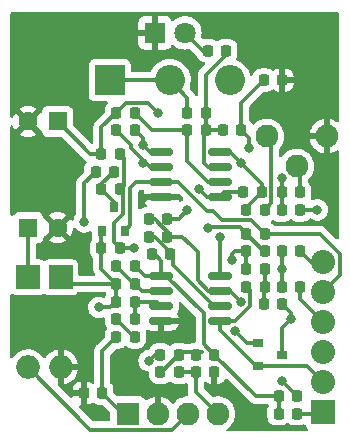
<source format=gtl>
G04 #@! TF.GenerationSoftware,KiCad,Pcbnew,(5.99.0-7307-g71ab42e60a)*
G04 #@! TF.CreationDate,2020-12-03T10:10:08+02:00*
G04 #@! TF.ProjectId,agudo,61677564-6f2e-46b6-9963-61645f706362,rev?*
G04 #@! TF.SameCoordinates,Original*
G04 #@! TF.FileFunction,Copper,L1,Top*
G04 #@! TF.FilePolarity,Positive*
%FSLAX46Y46*%
G04 Gerber Fmt 4.6, Leading zero omitted, Abs format (unit mm)*
G04 Created by KiCad (PCBNEW (5.99.0-7307-g71ab42e60a)) date 2020-12-03 10:10:08*
%MOMM*%
%LPD*%
G01*
G04 APERTURE LIST*
G04 Aperture macros list*
%AMRoundRect*
0 Rectangle with rounded corners*
0 $1 Rounding radius*
0 $2 $3 $4 $5 $6 $7 $8 $9 X,Y pos of 4 corners*
0 Add a 4 corners polygon primitive as box body*
4,1,4,$2,$3,$4,$5,$6,$7,$8,$9,$2,$3,0*
0 Add four circle primitives for the rounded corners*
1,1,$1+$1,$2,$3,0*
1,1,$1+$1,$4,$5,0*
1,1,$1+$1,$6,$7,0*
1,1,$1+$1,$8,$9,0*
0 Add four rect primitives between the rounded corners*
20,1,$1+$1,$2,$3,$4,$5,0*
20,1,$1+$1,$4,$5,$6,$7,0*
20,1,$1+$1,$6,$7,$8,$9,0*
20,1,$1+$1,$8,$9,$2,$3,0*%
G04 Aperture macros list end*
G04 #@! TA.AperFunction,SMDPad,CuDef*
%ADD10RoundRect,0.218750X0.218750X0.256250X-0.218750X0.256250X-0.218750X-0.256250X0.218750X-0.256250X0*%
G04 #@! TD*
G04 #@! TA.AperFunction,SMDPad,CuDef*
%ADD11RoundRect,0.218750X-0.218750X-0.256250X0.218750X-0.256250X0.218750X0.256250X-0.218750X0.256250X0*%
G04 #@! TD*
G04 #@! TA.AperFunction,ComponentPad*
%ADD12R,1.600000X1.600000*%
G04 #@! TD*
G04 #@! TA.AperFunction,ComponentPad*
%ADD13C,1.600000*%
G04 #@! TD*
G04 #@! TA.AperFunction,SMDPad,CuDef*
%ADD14RoundRect,0.150000X-0.825000X-0.150000X0.825000X-0.150000X0.825000X0.150000X-0.825000X0.150000X0*%
G04 #@! TD*
G04 #@! TA.AperFunction,ComponentPad*
%ADD15R,2.540000X2.540000*%
G04 #@! TD*
G04 #@! TA.AperFunction,ComponentPad*
%ADD16O,2.540000X2.540000*%
G04 #@! TD*
G04 #@! TA.AperFunction,SMDPad,CuDef*
%ADD17R,0.800000X0.900000*%
G04 #@! TD*
G04 #@! TA.AperFunction,ComponentPad*
%ADD18R,2.000000X2.000000*%
G04 #@! TD*
G04 #@! TA.AperFunction,ComponentPad*
%ADD19O,2.000000X2.000000*%
G04 #@! TD*
G04 #@! TA.AperFunction,ComponentPad*
%ADD20R,2.032000X2.032000*%
G04 #@! TD*
G04 #@! TA.AperFunction,ComponentPad*
%ADD21O,2.032000X2.032000*%
G04 #@! TD*
G04 #@! TA.AperFunction,SMDPad,CuDef*
%ADD22R,0.900000X0.800000*%
G04 #@! TD*
G04 #@! TA.AperFunction,ComponentPad*
%ADD23R,1.930400X1.930400*%
G04 #@! TD*
G04 #@! TA.AperFunction,ComponentPad*
%ADD24O,1.930400X1.930400*%
G04 #@! TD*
G04 #@! TA.AperFunction,ComponentPad*
%ADD25R,1.800000X1.800000*%
G04 #@! TD*
G04 #@! TA.AperFunction,ComponentPad*
%ADD26C,1.800000*%
G04 #@! TD*
G04 #@! TA.AperFunction,ViaPad*
%ADD27C,0.800000*%
G04 #@! TD*
G04 #@! TA.AperFunction,Conductor*
%ADD28C,0.350000*%
G04 #@! TD*
G04 APERTURE END LIST*
D10*
G04 #@! TO.P,R13,1*
G04 #@! TO.N,Net-(C7-Pad1)*
X80787500Y-117750000D03*
G04 #@! TO.P,R13,2*
G04 #@! TO.N,Net-(C5-Pad1)*
X79212500Y-117750000D03*
G04 #@! TD*
D11*
G04 #@! TO.P,R18,1*
G04 #@! TO.N,Net-(C5-Pad2)*
X82212500Y-112750000D03*
G04 #@! TO.P,R18,2*
G04 #@! TO.N,Net-(R18-Pad2)*
X83787500Y-112750000D03*
G04 #@! TD*
D10*
G04 #@! TO.P,R5,1*
G04 #@! TO.N,Net-(R5-Pad1)*
X69787500Y-120500000D03*
G04 #@! TO.P,R5,2*
G04 #@! TO.N,Net-(C5-Pad1)*
X68212500Y-120500000D03*
G04 #@! TD*
D11*
G04 #@! TO.P,R22,1*
G04 #@! TO.N,Net-(R19-Pad2)*
X68212500Y-106000000D03*
G04 #@! TO.P,R22,2*
G04 #@! TO.N,Net-(C10-Pad1)*
X69787500Y-106000000D03*
G04 #@! TD*
D12*
G04 #@! TO.P,C2,1*
G04 #@! TO.N,VCC*
X60750000Y-115750000D03*
D13*
G04 #@! TO.P,C2,2*
G04 #@! TO.N,GND*
X63250000Y-115750000D03*
G04 #@! TD*
D11*
G04 #@! TO.P,R21,1*
G04 #@! TO.N,Net-(R20-Pad2)*
X71962500Y-126500000D03*
G04 #@! TO.P,R21,2*
G04 #@! TO.N,Net-(R21-Pad2)*
X73537500Y-126500000D03*
G04 #@! TD*
G04 #@! TO.P,C5,1*
G04 #@! TO.N,Net-(C5-Pad1)*
X66962500Y-117500000D03*
G04 #@! TO.P,C5,2*
G04 #@! TO.N,Net-(C5-Pad2)*
X68537500Y-117500000D03*
G04 #@! TD*
G04 #@! TO.P,C3,1*
G04 #@! TO.N,U1A_OUT*
X81962500Y-131500000D03*
G04 #@! TO.P,C3,2*
G04 #@! TO.N,Net-(C3-Pad2)*
X83537500Y-131500000D03*
G04 #@! TD*
G04 #@! TO.P,C12,1*
G04 #@! TO.N,U1B_OUT*
X82212500Y-117750000D03*
G04 #@! TO.P,C12,2*
G04 #@! TO.N,Net-(SW1-Pad6)*
X83787500Y-117750000D03*
G04 #@! TD*
G04 #@! TO.P,R15,1*
G04 #@! TO.N,Net-(C7-Pad1)*
X79212500Y-116250000D03*
G04 #@! TO.P,R15,2*
G04 #@! TO.N,U2A_IN*
X80787500Y-116250000D03*
G04 #@! TD*
G04 #@! TO.P,C10,1*
G04 #@! TO.N,Net-(C10-Pad1)*
X74231250Y-107500000D03*
G04 #@! TO.P,C10,2*
G04 #@! TO.N,Net-(C10-Pad2)*
X75806250Y-107500000D03*
G04 #@! TD*
D10*
G04 #@! TO.P,R19,1*
G04 #@! TO.N,Net-(C5-Pad2)*
X68537500Y-109500000D03*
G04 #@! TO.P,R19,2*
G04 #@! TO.N,Net-(R19-Pad2)*
X66962500Y-109500000D03*
G04 #@! TD*
G04 #@! TO.P,R27,1*
G04 #@! TO.N,Net-(C10-Pad2)*
X75806250Y-106000000D03*
G04 #@! TO.P,R27,2*
G04 #@! TO.N,Net-(R27-Pad2)*
X74231250Y-106000000D03*
G04 #@! TD*
D11*
G04 #@! TO.P,C6,1*
G04 #@! TO.N,U1B_OUT*
X82212500Y-120750000D03*
G04 #@! TO.P,C6,2*
G04 #@! TO.N,Net-(C6-Pad2)*
X83787500Y-120750000D03*
G04 #@! TD*
G04 #@! TO.P,R20,1*
G04 #@! TO.N,Net-(R16-Pad2)*
X68231250Y-107500000D03*
G04 #@! TO.P,R20,2*
G04 #@! TO.N,Net-(R20-Pad2)*
X69806250Y-107500000D03*
G04 #@! TD*
D14*
G04 #@! TO.P,U2,1*
G04 #@! TO.N,Net-(R20-Pad2)*
X72025000Y-109345000D03*
G04 #@! TO.P,U2,2,-*
G04 #@! TO.N,Net-(R16-Pad2)*
X72025000Y-110615000D03*
G04 #@! TO.P,U2,3,+*
G04 #@! TO.N,U2A_IN*
X72025000Y-111885000D03*
G04 #@! TO.P,U2,4,V-*
G04 #@! TO.N,GND*
X72025000Y-113155000D03*
G04 #@! TO.P,U2,5,+*
G04 #@! TO.N,Net-(R23-Pad2)*
X76975000Y-113155000D03*
G04 #@! TO.P,U2,6,-*
G04 #@! TO.N,Net-(C10-Pad1)*
X76975000Y-111885000D03*
G04 #@! TO.P,U2,7*
G04 #@! TO.N,Net-(C10-Pad2)*
X76975000Y-110615000D03*
G04 #@! TO.P,U2,8,V+*
G04 #@! TO.N,VCC*
X76975000Y-109345000D03*
G04 #@! TD*
G04 #@! TO.P,U1,1*
G04 #@! TO.N,U1A_OUT*
X72025000Y-119845000D03*
G04 #@! TO.P,U1,2,-*
G04 #@! TO.N,Net-(R5-Pad1)*
X72025000Y-121115000D03*
G04 #@! TO.P,U1,3,+*
G04 #@! TO.N,Net-(R3-Pad2)*
X72025000Y-122385000D03*
G04 #@! TO.P,U1,4,V-*
G04 #@! TO.N,GND*
X72025000Y-123655000D03*
G04 #@! TO.P,U1,5,+*
G04 #@! TO.N,U1B_IN*
X76975000Y-123655000D03*
G04 #@! TO.P,U1,6,-*
G04 #@! TO.N,Net-(R10-Pad2)*
X76975000Y-122385000D03*
G04 #@! TO.P,U1,7*
G04 #@! TO.N,U1B_OUT*
X76975000Y-121115000D03*
G04 #@! TO.P,U1,8,V+*
G04 #@! TO.N,VCC*
X76975000Y-119845000D03*
G04 #@! TD*
D11*
G04 #@! TO.P,R26,1*
G04 #@! TO.N,OUT*
X74962500Y-128000000D03*
G04 #@! TO.P,R26,2*
G04 #@! TO.N,GND*
X76537500Y-128000000D03*
G04 #@! TD*
G04 #@! TO.P,R6,1*
G04 #@! TO.N,Net-(R5-Pad1)*
X68212500Y-119000000D03*
G04 #@! TO.P,R6,2*
G04 #@! TO.N,U1A_OUT*
X69787500Y-119000000D03*
G04 #@! TD*
G04 #@! TO.P,C7,1*
G04 #@! TO.N,Net-(C7-Pad1)*
X66462500Y-111000000D03*
G04 #@! TO.P,C7,2*
G04 #@! TO.N,Net-(C7-Pad2)*
X68037500Y-111000000D03*
G04 #@! TD*
D15*
G04 #@! TO.P,RV2,1,1*
G04 #@! TO.N,Net-(R27-Pad2)*
X67670000Y-103250000D03*
D16*
G04 #@! TO.P,RV2,2,2*
X72750000Y-103250000D03*
G04 #@! TO.P,RV2,3,3*
G04 #@! TO.N,Net-(R19-Pad2)*
X77830000Y-103250000D03*
G04 #@! TD*
D11*
G04 #@! TO.P,C11,1*
G04 #@! TO.N,U1A_OUT*
X81962500Y-130000000D03*
G04 #@! TO.P,C11,2*
G04 #@! TO.N,Net-(SW1-Pad3)*
X83537500Y-130000000D03*
G04 #@! TD*
G04 #@! TO.P,R10,1*
G04 #@! TO.N,U1A_OUT*
X71212500Y-118000000D03*
G04 #@! TO.P,R10,2*
G04 #@! TO.N,Net-(R10-Pad2)*
X72787500Y-118000000D03*
G04 #@! TD*
G04 #@! TO.P,R12,1*
G04 #@! TO.N,Net-(R10-Pad2)*
X70962500Y-116500000D03*
G04 #@! TO.P,R12,2*
G04 #@! TO.N,U1B_OUT*
X72537500Y-116500000D03*
G04 #@! TD*
G04 #@! TO.P,R9,1*
G04 #@! TO.N,Net-(R21-Pad2)*
X74962500Y-126500000D03*
G04 #@! TO.P,R9,2*
G04 #@! TO.N,U1A_OUT*
X76537500Y-126500000D03*
G04 #@! TD*
G04 #@! TO.P,R3,1*
G04 #@! TO.N,Net-(C1-Pad2)*
X68212500Y-123500000D03*
G04 #@! TO.P,R3,2*
G04 #@! TO.N,Net-(R3-Pad2)*
X69787500Y-123500000D03*
G04 #@! TD*
D10*
G04 #@! TO.P,R1,1*
G04 #@! TO.N,IN*
X67037500Y-129750000D03*
G04 #@! TO.P,R1,2*
G04 #@! TO.N,GND*
X65462500Y-129750000D03*
G04 #@! TD*
D11*
G04 #@! TO.P,R24,1*
G04 #@! TO.N,Net-(R23-Pad2)*
X80712500Y-103250000D03*
G04 #@! TO.P,R24,2*
G04 #@! TO.N,GND*
X82287500Y-103250000D03*
G04 #@! TD*
G04 #@! TO.P,R17,1*
G04 #@! TO.N,Net-(C7-Pad2)*
X66962500Y-112500000D03*
G04 #@! TO.P,R17,2*
G04 #@! TO.N,Net-(C5-Pad2)*
X68537500Y-112500000D03*
G04 #@! TD*
D10*
G04 #@! TO.P,R4,1*
G04 #@! TO.N,Net-(R3-Pad2)*
X69787500Y-122000000D03*
G04 #@! TO.P,R4,2*
G04 #@! TO.N,Net-(C5-Pad1)*
X68212500Y-122000000D03*
G04 #@! TD*
D17*
G04 #@! TO.P,Q2,D,D*
G04 #@! TO.N,Net-(C5-Pad1)*
X67050000Y-116000000D03*
G04 #@! TO.P,Q2,G,G*
G04 #@! TO.N,Net-(C7-Pad2)*
X68000000Y-114000000D03*
G04 #@! TO.P,Q2,S,S*
G04 #@! TO.N,U2A_IN*
X68950000Y-116000000D03*
G04 #@! TD*
D18*
G04 #@! TO.P,D2,1,K*
G04 #@! TO.N,Net-(C5-Pad1)*
X63500000Y-119940000D03*
D19*
G04 #@! TO.P,D2,2,A*
G04 #@! TO.N,GND*
X63500000Y-127560000D03*
G04 #@! TD*
D11*
G04 #@! TO.P,C1,1*
G04 #@! TO.N,IN*
X68212500Y-125000000D03*
G04 #@! TO.P,C1,2*
G04 #@! TO.N,Net-(C1-Pad2)*
X69787500Y-125000000D03*
G04 #@! TD*
D10*
G04 #@! TO.P,R23,1*
G04 #@! TO.N,VCC*
X80537500Y-112750000D03*
G04 #@! TO.P,R23,2*
G04 #@! TO.N,Net-(R23-Pad2)*
X78962500Y-112750000D03*
G04 #@! TD*
G04 #@! TO.P,R8,1*
G04 #@! TO.N,Net-(C4-Pad1)*
X80787500Y-120750000D03*
G04 #@! TO.P,R8,2*
G04 #@! TO.N,U1B_IN*
X79212500Y-120750000D03*
G04 #@! TD*
D11*
G04 #@! TO.P,R11,1*
G04 #@! TO.N,Net-(C5-Pad2)*
X82212500Y-114250000D03*
G04 #@! TO.P,R11,2*
G04 #@! TO.N,Net-(C4-Pad2)*
X83787500Y-114250000D03*
G04 #@! TD*
D10*
G04 #@! TO.P,R14,1*
G04 #@! TO.N,Net-(C10-Pad2)*
X77537500Y-100750000D03*
G04 #@! TO.P,R14,2*
G04 #@! TO.N,Net-(R14-Pad2)*
X75962500Y-100750000D03*
G04 #@! TD*
G04 #@! TO.P,R25,1*
G04 #@! TO.N,Net-(R23-Pad2)*
X78806250Y-107500000D03*
G04 #@! TO.P,R25,2*
G04 #@! TO.N,Net-(C10-Pad2)*
X77231250Y-107500000D03*
G04 #@! TD*
D11*
G04 #@! TO.P,R2,1*
G04 #@! TO.N,VCC*
X79212500Y-114250000D03*
G04 #@! TO.P,R2,2*
G04 #@! TO.N,Net-(C5-Pad1)*
X80787500Y-114250000D03*
G04 #@! TD*
D18*
G04 #@! TO.P,D1,1,K*
G04 #@! TO.N,VCC*
X60750000Y-119940000D03*
D19*
G04 #@! TO.P,D1,2,A*
G04 #@! TO.N,+9V*
X60750000Y-127560000D03*
G04 #@! TD*
D11*
G04 #@! TO.P,R16,1*
G04 #@! TO.N,U1B_OUT*
X70962500Y-115000000D03*
G04 #@! TO.P,R16,2*
G04 #@! TO.N,Net-(R16-Pad2)*
X72537500Y-115000000D03*
G04 #@! TD*
D10*
G04 #@! TO.P,R7,1*
G04 #@! TO.N,Net-(C4-Pad1)*
X80787500Y-119250000D03*
G04 #@! TO.P,R7,2*
G04 #@! TO.N,Net-(C5-Pad1)*
X79212500Y-119250000D03*
G04 #@! TD*
D20*
G04 #@! TO.P,SW1,1,A*
G04 #@! TO.N,Net-(C3-Pad2)*
X85750000Y-131330000D03*
D21*
G04 #@! TO.P,SW1,2,B*
G04 #@! TO.N,U1B_IN*
X85750000Y-128790000D03*
G04 #@! TO.P,SW1,3,C*
G04 #@! TO.N,Net-(SW1-Pad3)*
X85750000Y-126250000D03*
G04 #@! TO.P,SW1,4,A*
G04 #@! TO.N,Net-(C6-Pad2)*
X85750000Y-123710000D03*
G04 #@! TO.P,SW1,5,B*
G04 #@! TO.N,U2A_IN*
X85750000Y-121170000D03*
G04 #@! TO.P,SW1,6,C*
G04 #@! TO.N,Net-(SW1-Pad6)*
X85750000Y-118630000D03*
G04 #@! TD*
D22*
G04 #@! TO.P,Q1,D,D*
G04 #@! TO.N,Net-(C5-Pad1)*
X80250000Y-125550000D03*
G04 #@! TO.P,Q1,G,G*
G04 #@! TO.N,Net-(C4-Pad2)*
X82250000Y-126500000D03*
G04 #@! TO.P,Q1,S,S*
G04 #@! TO.N,U1B_IN*
X80250000Y-127450000D03*
G04 #@! TD*
D23*
G04 #@! TO.P,J1,1,IN*
G04 #@! TO.N,IN*
X69190000Y-131500000D03*
D24*
G04 #@! TO.P,J1,2,GND*
G04 #@! TO.N,GND*
X71730000Y-131500000D03*
G04 #@! TO.P,J1,3,SW*
G04 #@! TO.N,+9V*
X74270000Y-131500000D03*
G04 #@! TO.P,J1,4,OUT*
G04 #@! TO.N,OUT*
X76810000Y-131500000D03*
G04 #@! TD*
D11*
G04 #@! TO.P,C4,1*
G04 #@! TO.N,Net-(C4-Pad1)*
X80712500Y-122250000D03*
G04 #@! TO.P,C4,2*
G04 #@! TO.N,Net-(C4-Pad2)*
X82287500Y-122250000D03*
G04 #@! TD*
G04 #@! TO.P,C9,1*
G04 #@! TO.N,Net-(R21-Pad2)*
X71962500Y-128000000D03*
G04 #@! TO.P,C9,2*
G04 #@! TO.N,OUT*
X73537500Y-128000000D03*
G04 #@! TD*
D12*
G04 #@! TO.P,C8,1*
G04 #@! TO.N,Net-(R19-Pad2)*
X63250000Y-106750000D03*
D13*
G04 #@! TO.P,C8,2*
G04 #@! TO.N,GND*
X60750000Y-106750000D03*
G04 #@! TD*
D24*
G04 #@! TO.P,RV1,1,1*
G04 #@! TO.N,GND*
X86040000Y-108000000D03*
G04 #@! TO.P,RV1,2,2*
G04 #@! TO.N,Net-(R18-Pad2)*
X83500000Y-110540000D03*
G04 #@! TO.P,RV1,3,3*
G04 #@! TO.N,Net-(C5-Pad1)*
X80960000Y-108000000D03*
G04 #@! TD*
D25*
G04 #@! TO.P,D3,1,K*
G04 #@! TO.N,GND*
X71500000Y-99250000D03*
D26*
G04 #@! TO.P,D3,2,A*
G04 #@! TO.N,Net-(R14-Pad2)*
X74040000Y-99250000D03*
G04 #@! TD*
D27*
G04 #@! TO.N,GND*
X79000000Y-131500000D03*
X65250000Y-124750000D03*
X65250000Y-118500000D03*
G04 #@! TO.N,Net-(C7-Pad1)*
X76000000Y-115750000D03*
X65500000Y-115250000D03*
G04 #@! TO.N,GND*
X69000000Y-128500000D03*
X70500000Y-113250000D03*
G04 #@! TO.N,VCC*
X77000000Y-116500000D03*
X78750000Y-110250000D03*
G04 #@! TO.N,Net-(C4-Pad2)*
X85250000Y-114250000D03*
X83000000Y-123500000D03*
G04 #@! TO.N,Net-(C5-Pad2)*
X82250000Y-111500000D03*
X69750000Y-117500000D03*
G04 #@! TO.N,Net-(C5-Pad1)*
X78000000Y-118500000D03*
X66750000Y-122500000D03*
X78250000Y-124500000D03*
G04 #@! TO.N,U1B_OUT*
X82250000Y-119250000D03*
X78750000Y-122000000D03*
G04 #@! TO.N,Net-(R19-Pad2)*
X71768750Y-106000000D03*
G04 #@! TO.N,Net-(R16-Pad2)*
X70500000Y-110250000D03*
X74250000Y-114250000D03*
G04 #@! TO.N,Net-(R20-Pad2)*
X71000000Y-127000000D03*
X70500000Y-108750000D03*
G04 #@! TO.N,Net-(R23-Pad2)*
X79500000Y-109000000D03*
X75250000Y-112500000D03*
G04 #@! TO.N,Net-(SW1-Pad3)*
X82250000Y-128750000D03*
G04 #@! TD*
D28*
G04 #@! TO.N,Net-(C5-Pad1)*
X78000000Y-118000000D02*
X78250000Y-117750000D01*
X78250000Y-117750000D02*
X79212500Y-117750000D01*
X78000000Y-118500000D02*
X78000000Y-118000000D01*
G04 #@! TO.N,Net-(C5-Pad2)*
X68537500Y-117500000D02*
X69750000Y-117500000D01*
X68012510Y-115737490D02*
X68012510Y-115367836D01*
X68537500Y-117500000D02*
X68012510Y-116975010D01*
X68012510Y-116975010D02*
X68012510Y-115737490D01*
G04 #@! TO.N,Net-(C5-Pad1)*
X66962500Y-117500000D02*
X66962500Y-116087500D01*
X66962500Y-116087500D02*
X67050000Y-116000000D01*
X68212500Y-120500000D02*
X66962500Y-119250000D01*
X66962500Y-119250000D02*
X66962500Y-117500000D01*
G04 #@! TO.N,Net-(C7-Pad1)*
X76224999Y-115724999D02*
X75974999Y-115724999D01*
X78687499Y-115724999D02*
X76224999Y-115724999D01*
G04 #@! TO.N,Net-(R16-Pad2)*
X73037500Y-115000000D02*
X73500000Y-115000000D01*
X73500000Y-115000000D02*
X74250000Y-114250000D01*
G04 #@! TO.N,U1B_OUT*
X73037500Y-116500000D02*
X72962500Y-116500000D01*
X72962500Y-116500000D02*
X71462500Y-115000000D01*
X74518750Y-117231250D02*
X75100010Y-117812510D01*
X73037500Y-116500000D02*
X73787500Y-116500000D01*
X73787500Y-116500000D02*
X74518750Y-117231250D01*
G04 #@! TO.N,U2A_IN*
X69400020Y-115549980D02*
X69400020Y-112349980D01*
X68950000Y-116000000D02*
X69400020Y-115549980D01*
X69400020Y-112349980D02*
X69865000Y-111885000D01*
X69865000Y-111885000D02*
X72025000Y-111885000D01*
G04 #@! TO.N,Net-(C5-Pad2)*
X68537500Y-112500000D02*
X68850010Y-112187490D01*
X68850010Y-112187490D02*
X68850010Y-109812510D01*
X68850010Y-109812510D02*
X68537500Y-109500000D01*
G04 #@! TO.N,Net-(C7-Pad2)*
X66962500Y-112500000D02*
X66962500Y-112075000D01*
X66962500Y-112075000D02*
X68037500Y-111000000D01*
G04 #@! TO.N,Net-(C7-Pad1)*
X65500000Y-115250000D02*
X65500000Y-111962500D01*
X65500000Y-111962500D02*
X66462500Y-111000000D01*
G04 #@! TO.N,Net-(R10-Pad2)*
X73037500Y-118000000D02*
X72962500Y-118000000D01*
X72962500Y-118000000D02*
X71462500Y-116500000D01*
X73037500Y-118000000D02*
X73037500Y-118930331D01*
X73037500Y-118930331D02*
X76492169Y-122385000D01*
X76492169Y-122385000D02*
X76975000Y-122385000D01*
G04 #@! TO.N,U1A_OUT*
X72025000Y-119845000D02*
X72025000Y-118562500D01*
X72025000Y-118562500D02*
X71462500Y-118000000D01*
G04 #@! TO.N,Net-(C5-Pad2)*
X68012510Y-115367836D02*
X68775010Y-114605336D01*
X68775010Y-114605336D02*
X68775010Y-112737510D01*
X68775010Y-112737510D02*
X68537500Y-112500000D01*
G04 #@! TO.N,Net-(C7-Pad2)*
X68000000Y-114000000D02*
X68000000Y-113537500D01*
X68000000Y-113537500D02*
X66962500Y-112500000D01*
G04 #@! TO.N,U2A_IN*
X77202216Y-115100010D02*
X76426103Y-114323897D01*
X72025000Y-111885000D02*
X73487998Y-111885000D01*
X73487998Y-111885000D02*
X75926895Y-114323897D01*
X75926895Y-114323897D02*
X76426103Y-114323897D01*
G04 #@! TO.N,IN*
X67037500Y-129750000D02*
X67037500Y-126175000D01*
X67037500Y-126175000D02*
X68212500Y-125000000D01*
X69190000Y-131500000D02*
X68787500Y-131500000D01*
X68787500Y-131500000D02*
X67037500Y-129750000D01*
G04 #@! TO.N,U1B_IN*
X80250000Y-127450000D02*
X84410000Y-127450000D01*
X84410000Y-127450000D02*
X85750000Y-128790000D01*
X80250000Y-127450000D02*
X80052998Y-127450000D01*
X80052998Y-127450000D02*
X76975000Y-124372002D01*
X76975000Y-124372002D02*
X76975000Y-123655000D01*
G04 #@! TO.N,Net-(C5-Pad1)*
X80250000Y-125550000D02*
X79300000Y-125550000D01*
X79300000Y-125550000D02*
X78250000Y-124500000D01*
G04 #@! TO.N,Net-(C4-Pad2)*
X82250000Y-126500000D02*
X82250000Y-124250000D01*
X82250000Y-124250000D02*
X83000000Y-123500000D01*
G04 #@! TO.N,U1B_OUT*
X75100010Y-120215010D02*
X75100010Y-118899990D01*
X75100010Y-117812510D02*
X75100010Y-118899990D01*
G04 #@! TO.N,U1A_OUT*
X72025000Y-119845000D02*
X70632500Y-119845000D01*
X70632500Y-119845000D02*
X69787500Y-119000000D01*
G04 #@! TO.N,Net-(SW1-Pad6)*
X85750000Y-118630000D02*
X84667500Y-118630000D01*
X84667500Y-118630000D02*
X83787500Y-117750000D01*
G04 #@! TO.N,U1B_OUT*
X82212500Y-120750000D02*
X82212500Y-117750000D01*
G04 #@! TO.N,U2A_IN*
X83787500Y-116250000D02*
X80787500Y-116250000D01*
X87141001Y-119778999D02*
X85750000Y-121170000D01*
X83787500Y-116250000D02*
X85428682Y-116250000D01*
X85428682Y-116250000D02*
X87141001Y-117962319D01*
X87141001Y-117962319D02*
X87141001Y-119778999D01*
G04 #@! TO.N,Net-(R19-Pad2)*
X66962500Y-109500000D02*
X66000000Y-109500000D01*
X66000000Y-109500000D02*
X63250000Y-106750000D01*
G04 #@! TO.N,Net-(R23-Pad2)*
X78806250Y-107500000D02*
X78806250Y-105156250D01*
X78806250Y-105156250D02*
X80712500Y-103250000D01*
G04 #@! TO.N,Net-(C10-Pad1)*
X74231250Y-107500000D02*
X73500000Y-107500000D01*
X71287500Y-107500000D02*
X73500000Y-107500000D01*
X73500000Y-107500000D02*
X72806250Y-107500000D01*
X69787500Y-106000000D02*
X71287500Y-107500000D01*
G04 #@! TO.N,Net-(R19-Pad2)*
X68212500Y-106000000D02*
X69062510Y-105149990D01*
X69062510Y-105149990D02*
X70918740Y-105149990D01*
X70918740Y-105149990D02*
X71768750Y-106000000D01*
X66962500Y-109500000D02*
X66962500Y-107250000D01*
X66962500Y-107250000D02*
X68212500Y-106000000D01*
G04 #@! TO.N,OUT*
X76810000Y-131500000D02*
X74962500Y-129652500D01*
X74962500Y-129652500D02*
X74962500Y-128000000D01*
G04 #@! TO.N,Net-(R20-Pad2)*
X71962500Y-126500000D02*
X71500000Y-126500000D01*
X71500000Y-126500000D02*
X71000000Y-127000000D01*
G04 #@! TO.N,Net-(R21-Pad2)*
X71962500Y-128000000D02*
X72037500Y-128000000D01*
X72037500Y-128000000D02*
X73537500Y-126500000D01*
G04 #@! TO.N,OUT*
X73537500Y-128000000D02*
X74962500Y-128000000D01*
G04 #@! TO.N,U1A_OUT*
X76537500Y-126500000D02*
X75624990Y-125587490D01*
X75624990Y-125587490D02*
X75624990Y-122997512D01*
X75624990Y-122997512D02*
X72472478Y-119845000D01*
X72472478Y-119845000D02*
X72025000Y-119845000D01*
X81962500Y-130000000D02*
X80037500Y-130000000D01*
X80037500Y-130000000D02*
X76537500Y-126500000D01*
G04 #@! TO.N,Net-(C10-Pad2)*
X75806250Y-107500000D02*
X75806250Y-106000000D01*
X75806250Y-107500000D02*
X77231250Y-107500000D01*
X76975000Y-110615000D02*
X76000000Y-110615000D01*
X75624990Y-107681260D02*
X75806250Y-107500000D01*
X76000000Y-110615000D02*
X75624990Y-110239990D01*
X75624990Y-110239990D02*
X75624990Y-107681260D01*
G04 #@! TO.N,Net-(R16-Pad2)*
X69467500Y-109032500D02*
X69467500Y-108736250D01*
X71050000Y-110615000D02*
X69467500Y-109032500D01*
X69467500Y-108736250D02*
X68231250Y-107500000D01*
G04 #@! TO.N,Net-(R19-Pad2)*
X66962500Y-108462500D02*
X66962500Y-107987460D01*
X66962500Y-109500000D02*
X66962500Y-108462500D01*
X66962500Y-108462500D02*
X66962500Y-107454044D01*
G04 #@! TO.N,Net-(R20-Pad2)*
X70500000Y-108750000D02*
X70500000Y-108193750D01*
X70500000Y-108193750D02*
X69806250Y-107500000D01*
G04 #@! TO.N,Net-(C10-Pad1)*
X76975000Y-111885000D02*
X76000000Y-111885000D01*
X76000000Y-111885000D02*
X74231250Y-110116250D01*
X74231250Y-110116250D02*
X74231250Y-107500000D01*
G04 #@! TO.N,Net-(R27-Pad2)*
X72750000Y-103250000D02*
X67670000Y-103250000D01*
X74231250Y-106000000D02*
X74231250Y-104731250D01*
X74231250Y-104731250D02*
X72750000Y-103250000D01*
G04 #@! TO.N,Net-(C10-Pad2)*
X75806250Y-106000000D02*
X75806250Y-102839148D01*
X77537500Y-101107898D02*
X77537500Y-100750000D01*
X75806250Y-102839148D02*
X77537500Y-101107898D01*
G04 #@! TO.N,Net-(R23-Pad2)*
X79500000Y-109000000D02*
X79500000Y-108193750D01*
X79500000Y-108193750D02*
X78806250Y-107500000D01*
G04 #@! TO.N,Net-(C5-Pad1)*
X80787500Y-114250000D02*
X81350010Y-113687490D01*
X81350010Y-113687490D02*
X81350010Y-108390010D01*
X81350010Y-108390010D02*
X80960000Y-108000000D01*
G04 #@! TO.N,Net-(R18-Pad2)*
X83787500Y-112750000D02*
X83787500Y-110827500D01*
X83787500Y-110827500D02*
X83500000Y-110540000D01*
G04 #@! TO.N,VCC*
X76975000Y-119845000D02*
X76975000Y-116525000D01*
X76975000Y-116525000D02*
X77000000Y-116500000D01*
G04 #@! TO.N,Net-(C7-Pad1)*
X79212500Y-116250000D02*
X78687499Y-115724999D01*
G04 #@! TO.N,Net-(C7-Pad2)*
X66962500Y-112500000D02*
X67037500Y-112500000D01*
G04 #@! TO.N,Net-(C1-Pad2)*
X69712500Y-125000000D02*
X68212500Y-123500000D01*
X69787500Y-125000000D02*
X69712500Y-125000000D01*
G04 #@! TO.N,+9V*
X66030201Y-132840201D02*
X60750000Y-127560000D01*
X74270000Y-131500000D02*
X72929799Y-132840201D01*
X72929799Y-132840201D02*
X66030201Y-132840201D01*
G04 #@! TO.N,Net-(C3-Pad2)*
X83537500Y-131500000D02*
X85580000Y-131500000D01*
X85580000Y-131500000D02*
X85750000Y-131330000D01*
G04 #@! TO.N,VCC*
X80537500Y-112750000D02*
X80537500Y-112037500D01*
X79212500Y-114250000D02*
X79212500Y-114075000D01*
X80537500Y-112037500D02*
X79625000Y-111125000D01*
X78750000Y-110250000D02*
X77845000Y-109345000D01*
X79625000Y-111125000D02*
X78750000Y-110250000D01*
X60750000Y-119940000D02*
X60750000Y-115750000D01*
X79212500Y-114075000D02*
X80537500Y-112750000D01*
X77845000Y-109345000D02*
X76975000Y-109345000D01*
G04 #@! TO.N,Net-(C4-Pad2)*
X83000000Y-122962500D02*
X82287500Y-122250000D01*
X83787500Y-114250000D02*
X85250000Y-114250000D01*
X83000000Y-123500000D02*
X83000000Y-122962500D01*
G04 #@! TO.N,Net-(C4-Pad1)*
X80712500Y-122250000D02*
X80712500Y-120825000D01*
X80787500Y-120750000D02*
X80787500Y-119250000D01*
X80712500Y-120825000D02*
X80787500Y-120750000D01*
G04 #@! TO.N,Net-(C5-Pad2)*
X82212500Y-112750000D02*
X82212500Y-114250000D01*
X82212500Y-112750000D02*
X82212500Y-111537500D01*
X82212500Y-111537500D02*
X82250000Y-111500000D01*
G04 #@! TO.N,Net-(C5-Pad1)*
X78450000Y-124300000D02*
X78250000Y-124500000D01*
X79212500Y-119250000D02*
X79212500Y-117750000D01*
X67712500Y-122500000D02*
X68212500Y-122000000D01*
X68212500Y-122000000D02*
X68212500Y-120500000D01*
X66750000Y-122500000D02*
X67712500Y-122500000D01*
X64060000Y-120500000D02*
X63500000Y-119940000D01*
X68212500Y-120500000D02*
X64060000Y-120500000D01*
G04 #@! TO.N,Net-(C6-Pad2)*
X85750000Y-123710000D02*
X83787500Y-121747500D01*
X83787500Y-121747500D02*
X83787500Y-120750000D01*
G04 #@! TO.N,U1A_OUT*
X81962500Y-131500000D02*
X81962500Y-130000000D01*
G04 #@! TO.N,Net-(C7-Pad1)*
X80712500Y-117750000D02*
X79212500Y-116250000D01*
X80787500Y-117750000D02*
X80712500Y-117750000D01*
G04 #@! TO.N,U1B_OUT*
X76975000Y-121115000D02*
X77865000Y-121115000D01*
X77865000Y-121115000D02*
X78750000Y-122000000D01*
X76000000Y-121115000D02*
X75100010Y-120215010D01*
X76975000Y-121115000D02*
X76000000Y-121115000D01*
G04 #@! TO.N,Net-(C10-Pad2)*
X75806250Y-106000000D02*
X75806250Y-105525000D01*
G04 #@! TO.N,Net-(C10-Pad1)*
X74231250Y-107500000D02*
X74093730Y-107637520D01*
G04 #@! TO.N,Net-(R21-Pad2)*
X74037500Y-126250000D02*
X75462500Y-126250000D01*
G04 #@! TO.N,Net-(R14-Pad2)*
X75962500Y-100750000D02*
X75540000Y-100750000D01*
X75540000Y-100750000D02*
X74040000Y-99250000D01*
G04 #@! TO.N,Net-(R3-Pad2)*
X69787500Y-122000000D02*
X71640000Y-122000000D01*
X69787500Y-123500000D02*
X69787500Y-122000000D01*
X71640000Y-122000000D02*
X72025000Y-122385000D01*
G04 #@! TO.N,Net-(R5-Pad1)*
X70402500Y-121115000D02*
X72025000Y-121115000D01*
X69787500Y-120500000D02*
X70402500Y-121115000D01*
X69787500Y-120500000D02*
X69712500Y-120500000D01*
X69712500Y-120500000D02*
X68212500Y-119000000D01*
G04 #@! TO.N,Net-(R16-Pad2)*
X72025000Y-110615000D02*
X71050000Y-110615000D01*
X72865000Y-110615000D02*
X72025000Y-110615000D01*
G04 #@! TO.N,Net-(R20-Pad2)*
X69518750Y-107787500D02*
X69806250Y-107500000D01*
X71095000Y-109345000D02*
X72025000Y-109345000D01*
X71000000Y-109250000D02*
X71095000Y-109345000D01*
X70500000Y-108750000D02*
X71000000Y-109250000D01*
G04 #@! TO.N,Net-(R23-Pad2)*
X78768750Y-107537500D02*
X78806250Y-107500000D01*
X76975000Y-113155000D02*
X75905000Y-113155000D01*
X75905000Y-113155000D02*
X75250000Y-112500000D01*
X79212500Y-112750000D02*
X77380000Y-112750000D01*
X77380000Y-112750000D02*
X76975000Y-113155000D01*
G04 #@! TO.N,Net-(R27-Pad2)*
X74231250Y-105712500D02*
X74231250Y-106000000D01*
G04 #@! TO.N,Net-(SW1-Pad3)*
X82250000Y-128750000D02*
X82287500Y-128750000D01*
X82287500Y-128750000D02*
X83537500Y-130000000D01*
G04 #@! TO.N,U1B_IN*
X79525001Y-122372001D02*
X79525001Y-121062501D01*
X78242002Y-123655000D02*
X79525001Y-122372001D01*
X76975000Y-123655000D02*
X78242002Y-123655000D01*
X79525001Y-121062501D02*
X79212500Y-120750000D01*
G04 #@! TO.N,U2A_IN*
X79637510Y-115100010D02*
X77202216Y-115100010D01*
X80787500Y-116250000D02*
X79637510Y-115100010D01*
G04 #@! TD*
G04 #@! TA.AperFunction,Conductor*
G04 #@! TO.N,GND*
G36*
X76733621Y-127766002D02*
G01*
X76780114Y-127819658D01*
X76791500Y-127872000D01*
X76791500Y-128964885D01*
X76795975Y-128980124D01*
X76797365Y-128981329D01*
X76802985Y-128982551D01*
X76917319Y-128969222D01*
X76931466Y-128965878D01*
X77077022Y-128913043D01*
X77090017Y-128906535D01*
X77219511Y-128821635D01*
X77230663Y-128812311D01*
X77337149Y-128699902D01*
X77345867Y-128688249D01*
X77415462Y-128568434D01*
X77466973Y-128519576D01*
X77536721Y-128506322D01*
X77602563Y-128532882D01*
X77613510Y-128542625D01*
X79534564Y-130463679D01*
X79540418Y-130469945D01*
X79576804Y-130511655D01*
X79583018Y-130516022D01*
X79627136Y-130547029D01*
X79632431Y-130550962D01*
X79680837Y-130588917D01*
X79687760Y-130592043D01*
X79692076Y-130594657D01*
X79701464Y-130600012D01*
X79705932Y-130602408D01*
X79712149Y-130606777D01*
X79769481Y-130629130D01*
X79775551Y-130631682D01*
X79831609Y-130656993D01*
X79839079Y-130658378D01*
X79843940Y-130659901D01*
X79854324Y-130662859D01*
X79859201Y-130664111D01*
X79866277Y-130666870D01*
X79873807Y-130667861D01*
X79873810Y-130667862D01*
X79927290Y-130674902D01*
X79933807Y-130675934D01*
X79955146Y-130679889D01*
X79994268Y-130687140D01*
X80001848Y-130686703D01*
X80001849Y-130686703D01*
X80053770Y-130683709D01*
X80061023Y-130683500D01*
X81009154Y-130683500D01*
X81077275Y-130703502D01*
X81123768Y-130757158D01*
X81133872Y-130827432D01*
X81118108Y-130872785D01*
X81075910Y-130945435D01*
X81072233Y-130951766D01*
X81023073Y-131114080D01*
X81016500Y-131187727D01*
X81016500Y-131799135D01*
X81031140Y-131924704D01*
X81089006Y-132084122D01*
X81181993Y-132225951D01*
X81305115Y-132342586D01*
X81451766Y-132427767D01*
X81614080Y-132476927D01*
X81620520Y-132477502D01*
X81620521Y-132477502D01*
X81684934Y-132483251D01*
X81684940Y-132483251D01*
X81687727Y-132483500D01*
X82224135Y-132483500D01*
X82314213Y-132472998D01*
X82342432Y-132469708D01*
X82342433Y-132469708D01*
X82349704Y-132468860D01*
X82356581Y-132466364D01*
X82356584Y-132466363D01*
X82502243Y-132413491D01*
X82509122Y-132410994D01*
X82650951Y-132318007D01*
X82660413Y-132308018D01*
X82721783Y-132272321D01*
X82792710Y-132275469D01*
X82838537Y-132303199D01*
X82880115Y-132342586D01*
X83026766Y-132427767D01*
X83189080Y-132476927D01*
X83195520Y-132477502D01*
X83195521Y-132477502D01*
X83259934Y-132483251D01*
X83259940Y-132483251D01*
X83262727Y-132483500D01*
X83799135Y-132483500D01*
X83889213Y-132472998D01*
X83917432Y-132469708D01*
X83917433Y-132469708D01*
X83924704Y-132468860D01*
X83931581Y-132466364D01*
X83931584Y-132466363D01*
X84083849Y-132411093D01*
X84154706Y-132406652D01*
X84216716Y-132441224D01*
X84247736Y-132494035D01*
X84266904Y-132559316D01*
X84271775Y-132566895D01*
X84341051Y-132674691D01*
X84341053Y-132674694D01*
X84345923Y-132682271D01*
X84447334Y-132770144D01*
X84448063Y-132770776D01*
X84486446Y-132830502D01*
X84486446Y-132901498D01*
X84448062Y-132961225D01*
X84383482Y-132990718D01*
X84365550Y-132992000D01*
X77649751Y-132992000D01*
X77581630Y-132971998D01*
X77535137Y-132918342D01*
X77525033Y-132848068D01*
X77554527Y-132783488D01*
X77576582Y-132763422D01*
X77760226Y-132632430D01*
X77760231Y-132632426D01*
X77764438Y-132629425D01*
X77936087Y-132458375D01*
X77970063Y-132411093D01*
X78074475Y-132265787D01*
X78077493Y-132261587D01*
X78082306Y-132251850D01*
X78162177Y-132090242D01*
X78184860Y-132044346D01*
X78201082Y-131990953D01*
X78253801Y-131817438D01*
X78253802Y-131817432D01*
X78255305Y-131812486D01*
X78286935Y-131572234D01*
X78288700Y-131500000D01*
X78268844Y-131258490D01*
X78209810Y-131023466D01*
X78113183Y-130801239D01*
X77981559Y-130597778D01*
X77976959Y-130592722D01*
X77821949Y-130422369D01*
X77821947Y-130422368D01*
X77818471Y-130418547D01*
X77814420Y-130415348D01*
X77814416Y-130415344D01*
X77632355Y-130271561D01*
X77632351Y-130271559D01*
X77628300Y-130268359D01*
X77416153Y-130151248D01*
X77411284Y-130149524D01*
X77411280Y-130149522D01*
X77192603Y-130072084D01*
X77192599Y-130072083D01*
X77187728Y-130070358D01*
X77182638Y-130069451D01*
X77182633Y-130069450D01*
X77048067Y-130045481D01*
X76949158Y-130027863D01*
X76858181Y-130026751D01*
X76712021Y-130024965D01*
X76712019Y-130024965D01*
X76706851Y-130024902D01*
X76570006Y-130045842D01*
X76472423Y-130060774D01*
X76472420Y-130060775D01*
X76467314Y-130061556D01*
X76443520Y-130069333D01*
X76372557Y-130071486D01*
X76315278Y-130038664D01*
X75682905Y-129406291D01*
X75648879Y-129343979D01*
X75646000Y-129317196D01*
X75646000Y-128913044D01*
X75666002Y-128844923D01*
X75719658Y-128798430D01*
X75789932Y-128788326D01*
X75858652Y-128821570D01*
X75875098Y-128837149D01*
X75886745Y-128845862D01*
X76020640Y-128923635D01*
X76033965Y-128929429D01*
X76182984Y-128974562D01*
X76195607Y-128977010D01*
X76259934Y-128982751D01*
X76265404Y-128982994D01*
X76280624Y-128978525D01*
X76281829Y-128977135D01*
X76283500Y-128969452D01*
X76283500Y-127872000D01*
X76303502Y-127803879D01*
X76357158Y-127757386D01*
X76409500Y-127746000D01*
X76665500Y-127746000D01*
X76733621Y-127766002D01*
G37*
G04 #@! TD.AperFunction*
G04 #@! TA.AperFunction,Conductor*
G36*
X67327276Y-121203502D02*
G01*
X67373769Y-121257158D01*
X67383873Y-121327432D01*
X67368109Y-121372785D01*
X67332564Y-121433982D01*
X67322234Y-121451766D01*
X67320111Y-121458774D01*
X67320111Y-121458775D01*
X67281281Y-121586979D01*
X67242392Y-121646377D01*
X67177563Y-121675320D01*
X67109443Y-121665562D01*
X67032287Y-121631210D01*
X66938887Y-121611357D01*
X66851944Y-121592876D01*
X66851939Y-121592876D01*
X66845487Y-121591504D01*
X66654513Y-121591504D01*
X66648061Y-121592876D01*
X66648056Y-121592876D01*
X66561113Y-121611357D01*
X66467713Y-121631210D01*
X66461683Y-121633895D01*
X66461682Y-121633895D01*
X66299280Y-121706201D01*
X66299278Y-121706202D01*
X66293250Y-121708886D01*
X66287909Y-121712766D01*
X66287908Y-121712767D01*
X66144093Y-121817254D01*
X66144091Y-121817256D01*
X66138749Y-121821137D01*
X66010963Y-121963058D01*
X65915476Y-122128446D01*
X65913434Y-122134731D01*
X65863467Y-122288515D01*
X65856462Y-122310073D01*
X65836500Y-122500000D01*
X65837190Y-122506565D01*
X65851585Y-122643521D01*
X65856462Y-122689927D01*
X65858502Y-122696205D01*
X65858502Y-122696206D01*
X65870212Y-122732246D01*
X65915476Y-122871554D01*
X65918779Y-122877276D01*
X65918780Y-122877277D01*
X65952689Y-122936008D01*
X66010963Y-123036942D01*
X66015381Y-123041849D01*
X66015382Y-123041850D01*
X66134311Y-123173934D01*
X66138749Y-123178863D01*
X66144091Y-123182744D01*
X66144093Y-123182746D01*
X66246432Y-123257099D01*
X66293250Y-123291114D01*
X66299278Y-123293798D01*
X66299280Y-123293799D01*
X66390957Y-123334616D01*
X66467713Y-123368790D01*
X66561113Y-123388643D01*
X66648056Y-123407124D01*
X66648061Y-123407124D01*
X66654513Y-123408496D01*
X66845487Y-123408496D01*
X66851939Y-123407124D01*
X66851944Y-123407124D01*
X66938887Y-123388643D01*
X67032287Y-123368790D01*
X67089251Y-123343428D01*
X67159618Y-123333994D01*
X67223915Y-123364100D01*
X67261729Y-123424189D01*
X67266500Y-123458535D01*
X67266500Y-123799135D01*
X67281140Y-123924704D01*
X67283636Y-123931581D01*
X67283637Y-123931584D01*
X67314662Y-124017055D01*
X67339006Y-124084122D01*
X67375496Y-124139779D01*
X67400674Y-124178182D01*
X67421297Y-124246118D01*
X67404256Y-124310552D01*
X67322233Y-124451766D01*
X67273073Y-124614080D01*
X67272498Y-124620520D01*
X67272498Y-124620521D01*
X67268882Y-124661042D01*
X67266500Y-124687727D01*
X67266500Y-124927194D01*
X67246498Y-124995315D01*
X67229596Y-125016289D01*
X66573815Y-125672071D01*
X66567549Y-125677924D01*
X66525846Y-125714304D01*
X66490464Y-125764647D01*
X66486558Y-125769907D01*
X66475681Y-125783779D01*
X66453987Y-125811446D01*
X66448582Y-125818339D01*
X66445457Y-125825260D01*
X66442841Y-125829580D01*
X66437502Y-125838940D01*
X66435093Y-125843433D01*
X66430724Y-125849649D01*
X66412914Y-125895330D01*
X66408382Y-125906953D01*
X66405826Y-125913032D01*
X66386728Y-125955330D01*
X66380506Y-125969111D01*
X66379123Y-125976574D01*
X66377614Y-125981388D01*
X66374645Y-125991812D01*
X66373390Y-125996701D01*
X66370631Y-126003777D01*
X66363435Y-126058434D01*
X66362600Y-126064779D01*
X66361570Y-126071282D01*
X66350360Y-126131769D01*
X66350797Y-126139350D01*
X66350797Y-126139351D01*
X66353792Y-126191295D01*
X66354001Y-126198548D01*
X66354000Y-128836957D01*
X66333998Y-128905078D01*
X66280342Y-128951571D01*
X66210068Y-128961674D01*
X66141348Y-128928431D01*
X66124902Y-128912852D01*
X66113255Y-128904139D01*
X65979362Y-128826367D01*
X65966030Y-128820570D01*
X65817019Y-128775439D01*
X65804393Y-128772990D01*
X65740066Y-128767249D01*
X65734596Y-128767006D01*
X65719376Y-128771475D01*
X65718171Y-128772865D01*
X65716500Y-128780548D01*
X65716499Y-129495998D01*
X65716500Y-129496004D01*
X65716499Y-130714885D01*
X65720974Y-130730124D01*
X65722364Y-130731329D01*
X65727984Y-130732551D01*
X65842318Y-130719222D01*
X65856465Y-130715878D01*
X66002021Y-130663043D01*
X66015016Y-130656535D01*
X66144510Y-130571635D01*
X66155667Y-130562307D01*
X66160053Y-130557677D01*
X66221422Y-130521979D01*
X66292349Y-130525127D01*
X66338178Y-130552857D01*
X66380115Y-130592585D01*
X66390471Y-130598600D01*
X66520433Y-130674088D01*
X66520436Y-130674089D01*
X66526766Y-130677766D01*
X66533774Y-130679889D01*
X66533775Y-130679889D01*
X66553146Y-130685756D01*
X66689080Y-130726927D01*
X66695516Y-130727501D01*
X66695519Y-130727502D01*
X66759934Y-130733251D01*
X66759940Y-130733251D01*
X66762727Y-130733500D01*
X67002195Y-130733500D01*
X67070316Y-130753502D01*
X67091291Y-130770405D01*
X67674396Y-131353511D01*
X67708421Y-131415823D01*
X67711300Y-131442606D01*
X67711300Y-132030701D01*
X67691298Y-132098822D01*
X67637642Y-132145315D01*
X67585300Y-132156701D01*
X66365506Y-132156701D01*
X66297385Y-132136699D01*
X66276411Y-132119796D01*
X65104710Y-130948095D01*
X65070684Y-130885783D01*
X65075749Y-130814968D01*
X65118296Y-130758132D01*
X65184816Y-130733321D01*
X65189911Y-130733139D01*
X65205624Y-130728525D01*
X65206829Y-130727135D01*
X65208500Y-130719452D01*
X65208501Y-130022115D01*
X65204026Y-130006876D01*
X65202636Y-130005671D01*
X65194953Y-130004000D01*
X64535115Y-130003999D01*
X64519876Y-130008474D01*
X64518671Y-130009864D01*
X64517000Y-130017547D01*
X64517000Y-130045481D01*
X64517223Y-130049314D01*
X64501211Y-130118481D01*
X64450346Y-130168011D01*
X64380777Y-130182179D01*
X64314593Y-130156487D01*
X64302341Y-130145726D01*
X63597144Y-129440529D01*
X64517000Y-129440529D01*
X64517000Y-129477885D01*
X64521475Y-129493124D01*
X64522865Y-129494329D01*
X64530548Y-129496000D01*
X65190385Y-129496001D01*
X65205624Y-129491526D01*
X65206829Y-129490136D01*
X65208500Y-129482453D01*
X65208501Y-128785115D01*
X65204026Y-128769876D01*
X65202636Y-128768671D01*
X65197016Y-128767449D01*
X65082682Y-128780778D01*
X65068535Y-128784122D01*
X64922979Y-128836957D01*
X64909984Y-128843465D01*
X64780490Y-128928365D01*
X64769338Y-128937689D01*
X64662852Y-129050098D01*
X64654139Y-129061745D01*
X64576367Y-129195638D01*
X64570570Y-129208970D01*
X64525439Y-129357981D01*
X64522990Y-129370607D01*
X64517249Y-129434934D01*
X64517000Y-129440529D01*
X63597144Y-129440529D01*
X63282905Y-129126290D01*
X63248879Y-129063978D01*
X63246000Y-129037195D01*
X63246000Y-129028660D01*
X63753999Y-129028660D01*
X63757712Y-129041306D01*
X63773141Y-129043193D01*
X63891716Y-129021001D01*
X63901455Y-129018355D01*
X64120263Y-128939579D01*
X64129456Y-128935409D01*
X64332850Y-128822666D01*
X64341263Y-128817077D01*
X64524019Y-128673262D01*
X64531420Y-128666408D01*
X64688836Y-128495219D01*
X64695042Y-128487277D01*
X64823069Y-128293113D01*
X64827926Y-128284278D01*
X64923259Y-128072154D01*
X64926642Y-128062653D01*
X64986835Y-127838011D01*
X64988094Y-127831153D01*
X64985512Y-127817310D01*
X64973307Y-127814000D01*
X63772115Y-127813999D01*
X63756876Y-127818474D01*
X63755671Y-127819864D01*
X63754000Y-127827547D01*
X63753999Y-129028660D01*
X63246000Y-129028660D01*
X63246001Y-127814000D01*
X63246000Y-127813996D01*
X63246000Y-127287885D01*
X63753999Y-127287885D01*
X63758474Y-127303124D01*
X63759864Y-127304329D01*
X63767547Y-127306000D01*
X64972450Y-127306001D01*
X64985981Y-127302028D01*
X64987313Y-127292761D01*
X64936856Y-127087337D01*
X64933673Y-127077767D01*
X64842802Y-126863688D01*
X64838128Y-126854749D01*
X64714206Y-126657963D01*
X64708161Y-126649882D01*
X64554365Y-126475435D01*
X64547104Y-126468424D01*
X64367400Y-126320812D01*
X64359122Y-126315059D01*
X64158114Y-126198069D01*
X64149023Y-126193714D01*
X63931907Y-126110371D01*
X63922230Y-126107523D01*
X63771736Y-126076083D01*
X63757675Y-126077206D01*
X63754000Y-126087313D01*
X63753999Y-127287885D01*
X63246000Y-127287885D01*
X63246001Y-126089316D01*
X63241865Y-126075230D01*
X63228887Y-126073181D01*
X63211150Y-126075233D01*
X63201256Y-126077192D01*
X62977473Y-126140516D01*
X62968029Y-126144028D01*
X62757249Y-126242317D01*
X62748484Y-126247296D01*
X62556139Y-126378014D01*
X62548264Y-126384346D01*
X62379304Y-126544123D01*
X62372543Y-126551632D01*
X62231299Y-126736372D01*
X62228617Y-126740533D01*
X62174901Y-126786956D01*
X62104614Y-126796968D01*
X62040071Y-126767391D01*
X62016088Y-126739416D01*
X62012442Y-126733626D01*
X61961907Y-126653378D01*
X61801365Y-126471279D01*
X61613775Y-126317191D01*
X61403962Y-126195076D01*
X61399235Y-126193262D01*
X61399232Y-126193260D01*
X61182048Y-126109891D01*
X61182044Y-126109890D01*
X61177324Y-126108078D01*
X61172374Y-126107044D01*
X61172371Y-126107043D01*
X60944643Y-126059468D01*
X60944639Y-126059468D01*
X60939692Y-126058434D01*
X60697180Y-126047422D01*
X60692160Y-126048003D01*
X60692156Y-126048003D01*
X60461056Y-126074742D01*
X60456026Y-126075324D01*
X60451155Y-126076702D01*
X60451152Y-126076703D01*
X60395130Y-126092556D01*
X60222436Y-126141424D01*
X60181905Y-126160324D01*
X60007001Y-126241882D01*
X60006997Y-126241884D01*
X60002419Y-126244019D01*
X59801635Y-126380472D01*
X59625250Y-126547271D01*
X59622172Y-126551297D01*
X59622171Y-126551298D01*
X59484096Y-126731893D01*
X59426831Y-126773861D01*
X59355968Y-126778206D01*
X59294004Y-126743550D01*
X59260614Y-126680896D01*
X59258000Y-126655364D01*
X59258000Y-121462123D01*
X59278002Y-121394002D01*
X59331658Y-121347509D01*
X59401932Y-121337405D01*
X59457096Y-121362599D01*
X59457989Y-121361210D01*
X59465570Y-121366082D01*
X59472381Y-121371984D01*
X59480579Y-121375728D01*
X59520594Y-121394002D01*
X59605330Y-121432700D01*
X59614245Y-121433982D01*
X59614246Y-121433982D01*
X59745552Y-121452861D01*
X59745559Y-121452862D01*
X59750000Y-121453500D01*
X61750000Y-121453500D01*
X61823079Y-121448273D01*
X61901165Y-121425345D01*
X61954670Y-121409635D01*
X61954672Y-121409634D01*
X61963316Y-121407096D01*
X61970894Y-121402226D01*
X61970896Y-121402225D01*
X62055978Y-121347546D01*
X62124099Y-121327544D01*
X62192220Y-121347546D01*
X62206612Y-121358320D01*
X62215569Y-121366082D01*
X62215572Y-121366084D01*
X62222381Y-121371984D01*
X62230579Y-121375728D01*
X62270594Y-121394002D01*
X62355330Y-121432700D01*
X62364245Y-121433982D01*
X62364246Y-121433982D01*
X62495552Y-121452861D01*
X62495559Y-121452862D01*
X62500000Y-121453500D01*
X64500000Y-121453500D01*
X64573079Y-121448273D01*
X64651165Y-121425345D01*
X64704670Y-121409635D01*
X64704672Y-121409634D01*
X64713316Y-121407096D01*
X64777135Y-121366082D01*
X64828691Y-121332949D01*
X64828694Y-121332947D01*
X64836271Y-121328077D01*
X64872904Y-121285801D01*
X64923867Y-121226987D01*
X64983593Y-121188604D01*
X65019091Y-121183500D01*
X67259155Y-121183500D01*
X67327276Y-121203502D01*
G37*
G04 #@! TD.AperFunction*
G04 #@! TA.AperFunction,Conductor*
G36*
X73699268Y-122041853D02*
G01*
X73718437Y-122057574D01*
X74904586Y-123243723D01*
X74938612Y-123306035D01*
X74941491Y-123332818D01*
X74941490Y-125390500D01*
X74921488Y-125458621D01*
X74867832Y-125505114D01*
X74815490Y-125516500D01*
X74700865Y-125516500D01*
X74628406Y-125524948D01*
X74582568Y-125530292D01*
X74582567Y-125530292D01*
X74575296Y-125531140D01*
X74568419Y-125533636D01*
X74568416Y-125533637D01*
X74498711Y-125558939D01*
X74455720Y-125566500D01*
X74047966Y-125566500D01*
X74011443Y-125561090D01*
X73892111Y-125524948D01*
X73892110Y-125524948D01*
X73885920Y-125523073D01*
X73879480Y-125522498D01*
X73879479Y-125522498D01*
X73815066Y-125516749D01*
X73815060Y-125516749D01*
X73812273Y-125516500D01*
X73275865Y-125516500D01*
X73203406Y-125524948D01*
X73157568Y-125530292D01*
X73157567Y-125530292D01*
X73150296Y-125531140D01*
X73143419Y-125533636D01*
X73143416Y-125533637D01*
X73036665Y-125572386D01*
X72990878Y-125589006D01*
X72849049Y-125681993D01*
X72844011Y-125687311D01*
X72844010Y-125687312D01*
X72839586Y-125691982D01*
X72778217Y-125727679D01*
X72707290Y-125724531D01*
X72661463Y-125696801D01*
X72619885Y-125657414D01*
X72473234Y-125572233D01*
X72310920Y-125523073D01*
X72304480Y-125522498D01*
X72304479Y-125522498D01*
X72240066Y-125516749D01*
X72240060Y-125516749D01*
X72237273Y-125516500D01*
X71700865Y-125516500D01*
X71628406Y-125524948D01*
X71582568Y-125530292D01*
X71582567Y-125530292D01*
X71575296Y-125531140D01*
X71568419Y-125533636D01*
X71568416Y-125533637D01*
X71461665Y-125572386D01*
X71415878Y-125589006D01*
X71274049Y-125681993D01*
X71157414Y-125805115D01*
X71072233Y-125951766D01*
X71070164Y-125950564D01*
X71047785Y-125981420D01*
X71044687Y-125983549D01*
X71039635Y-125989219D01*
X71039633Y-125989221D01*
X71005021Y-126028069D01*
X71000040Y-126033345D01*
X70977045Y-126056340D01*
X70914733Y-126090366D01*
X70907656Y-126091504D01*
X70904513Y-126091504D01*
X70717713Y-126131210D01*
X70711683Y-126133895D01*
X70711682Y-126133895D01*
X70549280Y-126206201D01*
X70549278Y-126206202D01*
X70543250Y-126208886D01*
X70537909Y-126212766D01*
X70537908Y-126212767D01*
X70394093Y-126317254D01*
X70394091Y-126317256D01*
X70388749Y-126321137D01*
X70384328Y-126326047D01*
X70384327Y-126326048D01*
X70265415Y-126458114D01*
X70260963Y-126463058D01*
X70233685Y-126510305D01*
X70176475Y-126609396D01*
X70165476Y-126628446D01*
X70158608Y-126649584D01*
X70128077Y-126743550D01*
X70106462Y-126810073D01*
X70105772Y-126816636D01*
X70105772Y-126816637D01*
X70100827Y-126863688D01*
X70086500Y-127000000D01*
X70106462Y-127189927D01*
X70165476Y-127371554D01*
X70168779Y-127377276D01*
X70168780Y-127377277D01*
X70194217Y-127421334D01*
X70260963Y-127536942D01*
X70265381Y-127541849D01*
X70265382Y-127541850D01*
X70329637Y-127613212D01*
X70388749Y-127678863D01*
X70394091Y-127682744D01*
X70394093Y-127682746D01*
X70496827Y-127757386D01*
X70543250Y-127791114D01*
X70549278Y-127793798D01*
X70549280Y-127793799D01*
X70711682Y-127866105D01*
X70717713Y-127868790D01*
X70904513Y-127908496D01*
X70905568Y-127908496D01*
X70969323Y-127934723D01*
X71009955Y-127992942D01*
X71016500Y-128033023D01*
X71016500Y-128299135D01*
X71031140Y-128424704D01*
X71033636Y-128431581D01*
X71033637Y-128431584D01*
X71086509Y-128577243D01*
X71089006Y-128584122D01*
X71181993Y-128725951D01*
X71305115Y-128842586D01*
X71451766Y-128927767D01*
X71614080Y-128976927D01*
X71620520Y-128977502D01*
X71620521Y-128977502D01*
X71684934Y-128983251D01*
X71684940Y-128983251D01*
X71687727Y-128983500D01*
X72224135Y-128983500D01*
X72314213Y-128972998D01*
X72342432Y-128969708D01*
X72342433Y-128969708D01*
X72349704Y-128968860D01*
X72356581Y-128966364D01*
X72356584Y-128966363D01*
X72502243Y-128913491D01*
X72509122Y-128910994D01*
X72650951Y-128818007D01*
X72660413Y-128808018D01*
X72721783Y-128772321D01*
X72792710Y-128775469D01*
X72838537Y-128803199D01*
X72880115Y-128842586D01*
X73026766Y-128927767D01*
X73189080Y-128976927D01*
X73195520Y-128977502D01*
X73195521Y-128977502D01*
X73259934Y-128983251D01*
X73259940Y-128983251D01*
X73262727Y-128983500D01*
X73799135Y-128983500D01*
X73889213Y-128972998D01*
X73917432Y-128969708D01*
X73917433Y-128969708D01*
X73924704Y-128968860D01*
X73931581Y-128966364D01*
X73931584Y-128966363D01*
X74005372Y-128939579D01*
X74084122Y-128910994D01*
X74090247Y-128906978D01*
X74096582Y-128903806D01*
X74166449Y-128891189D01*
X74232046Y-128918347D01*
X74272546Y-128976658D01*
X74279001Y-129016467D01*
X74279000Y-129325297D01*
X74279000Y-129624762D01*
X74278708Y-129633331D01*
X74275718Y-129677196D01*
X74274945Y-129688533D01*
X74276250Y-129696009D01*
X74276250Y-129696015D01*
X74285519Y-129749126D01*
X74286482Y-129755648D01*
X74293874Y-129816729D01*
X74296558Y-129823832D01*
X74297760Y-129828726D01*
X74300623Y-129839192D01*
X74302081Y-129844023D01*
X74303386Y-129851498D01*
X74306436Y-129858445D01*
X74307728Y-129862726D01*
X74308267Y-129933720D01*
X74270338Y-129993736D01*
X74205982Y-130023718D01*
X74185567Y-130025131D01*
X74176415Y-130025019D01*
X74172020Y-130024965D01*
X74172018Y-130024965D01*
X74166851Y-130024902D01*
X73927314Y-130061556D01*
X73696981Y-130136841D01*
X73692393Y-130139229D01*
X73692389Y-130139231D01*
X73578479Y-130198529D01*
X73482036Y-130248734D01*
X73477903Y-130251837D01*
X73477900Y-130251839D01*
X73309474Y-130378297D01*
X73288252Y-130394231D01*
X73120834Y-130569424D01*
X73104940Y-130592723D01*
X73050032Y-130637725D01*
X72979507Y-130645898D01*
X72915759Y-130614644D01*
X72901027Y-130598600D01*
X72897686Y-130594262D01*
X72741608Y-130422735D01*
X72734075Y-130415710D01*
X72552081Y-130271981D01*
X72543494Y-130266276D01*
X72340482Y-130154207D01*
X72331070Y-130149977D01*
X72112469Y-130072566D01*
X72102512Y-130069936D01*
X72001836Y-130052002D01*
X71988541Y-130053461D01*
X71984000Y-130068019D01*
X71984000Y-131628000D01*
X71963998Y-131696121D01*
X71910342Y-131742614D01*
X71858000Y-131754000D01*
X71602000Y-131754000D01*
X71533879Y-131733998D01*
X71487386Y-131680342D01*
X71476000Y-131628000D01*
X71476000Y-130066605D01*
X71472082Y-130053261D01*
X71457806Y-130051274D01*
X71392542Y-130061261D01*
X71382515Y-130063650D01*
X71162092Y-130135695D01*
X71152582Y-130139692D01*
X70946891Y-130246768D01*
X70938166Y-130252262D01*
X70803476Y-130353391D01*
X70736991Y-130378297D01*
X70667596Y-130363305D01*
X70621826Y-130320753D01*
X70543277Y-130198529D01*
X70508058Y-130168011D01*
X70439631Y-130108718D01*
X70439628Y-130108716D01*
X70432819Y-130102816D01*
X70359502Y-130069333D01*
X70308064Y-130045842D01*
X70308063Y-130045842D01*
X70299870Y-130042100D01*
X70290955Y-130040818D01*
X70290954Y-130040818D01*
X70159648Y-130021939D01*
X70159641Y-130021938D01*
X70155200Y-130021300D01*
X68327604Y-130021300D01*
X68259483Y-130001298D01*
X68238509Y-129984395D01*
X68020405Y-129766291D01*
X67986379Y-129703979D01*
X67983500Y-129677196D01*
X67983500Y-129450866D01*
X67968860Y-129325297D01*
X67965920Y-129317196D01*
X67913491Y-129172758D01*
X67910994Y-129165879D01*
X67818007Y-129024050D01*
X67760347Y-128969428D01*
X67724649Y-128908058D01*
X67721000Y-128877955D01*
X67721000Y-126510305D01*
X67741002Y-126442184D01*
X67757905Y-126421209D01*
X68158711Y-126020404D01*
X68221023Y-125986379D01*
X68247806Y-125983500D01*
X68474135Y-125983500D01*
X68564213Y-125972998D01*
X68592432Y-125969708D01*
X68592433Y-125969708D01*
X68599704Y-125968860D01*
X68606581Y-125966364D01*
X68606584Y-125966363D01*
X68752243Y-125913491D01*
X68759122Y-125910994D01*
X68900951Y-125818007D01*
X68906300Y-125812361D01*
X68910414Y-125808018D01*
X68971783Y-125772321D01*
X69042710Y-125775469D01*
X69088537Y-125803199D01*
X69130115Y-125842586D01*
X69276766Y-125927767D01*
X69439080Y-125976927D01*
X69445520Y-125977502D01*
X69445521Y-125977502D01*
X69509934Y-125983251D01*
X69509940Y-125983251D01*
X69512727Y-125983500D01*
X70049135Y-125983500D01*
X70139213Y-125972998D01*
X70167432Y-125969708D01*
X70167433Y-125969708D01*
X70174704Y-125968860D01*
X70181581Y-125966364D01*
X70181584Y-125966363D01*
X70327243Y-125913491D01*
X70334122Y-125910994D01*
X70475951Y-125818007D01*
X70592586Y-125694885D01*
X70677767Y-125548234D01*
X70726927Y-125385920D01*
X70730911Y-125341281D01*
X70733251Y-125315066D01*
X70733251Y-125315060D01*
X70733500Y-125312273D01*
X70733500Y-124700865D01*
X70718860Y-124575296D01*
X70704954Y-124536985D01*
X70700512Y-124466128D01*
X70735084Y-124404117D01*
X70797693Y-124370642D01*
X70868461Y-124376329D01*
X70877040Y-124379985D01*
X70987945Y-124432173D01*
X71002913Y-124437036D01*
X71133176Y-124461886D01*
X71144961Y-124463000D01*
X71752885Y-124463000D01*
X71768124Y-124458525D01*
X71769329Y-124457135D01*
X71771000Y-124449452D01*
X71771000Y-123922548D01*
X72279000Y-123922548D01*
X72279000Y-124444885D01*
X72283475Y-124460124D01*
X72284865Y-124461329D01*
X72292548Y-124463000D01*
X72885621Y-124463000D01*
X72893511Y-124462503D01*
X73007016Y-124448165D01*
X73022249Y-124444254D01*
X73162034Y-124388909D01*
X73175816Y-124381332D01*
X73297441Y-124292966D01*
X73308908Y-124282198D01*
X73404736Y-124166361D01*
X73413165Y-124153079D01*
X73477173Y-124017055D01*
X73482036Y-124002087D01*
X73496400Y-123926794D01*
X73495129Y-123913755D01*
X73480207Y-123909000D01*
X72297115Y-123909000D01*
X72281876Y-123913475D01*
X72280671Y-123914865D01*
X72279000Y-123922548D01*
X71771000Y-123922548D01*
X71771000Y-123527000D01*
X71791002Y-123458879D01*
X71844658Y-123412386D01*
X71897000Y-123401000D01*
X73481747Y-123401000D01*
X73495624Y-123396925D01*
X73497661Y-123383574D01*
X73493165Y-123347984D01*
X73489254Y-123332751D01*
X73433909Y-123192966D01*
X73426332Y-123179184D01*
X73364581Y-123094191D01*
X73340722Y-123027323D01*
X73356803Y-122958171D01*
X73369433Y-122939814D01*
X73405159Y-122896629D01*
X73410212Y-122890521D01*
X73481026Y-122740033D01*
X73482511Y-122732250D01*
X73482512Y-122732246D01*
X73507386Y-122601852D01*
X73507386Y-122601849D01*
X73508500Y-122596011D01*
X73508500Y-122195421D01*
X73504336Y-122162461D01*
X73515642Y-122092371D01*
X73563047Y-122039520D01*
X73631500Y-122020687D01*
X73699268Y-122041853D01*
G37*
G04 #@! TD.AperFunction*
G04 #@! TA.AperFunction,Conductor*
G36*
X87013121Y-97528002D02*
G01*
X87059614Y-97581658D01*
X87071000Y-97634000D01*
X87071000Y-106676911D01*
X87050998Y-106745032D01*
X86997342Y-106791525D01*
X86927068Y-106801629D01*
X86866908Y-106775793D01*
X86862081Y-106771981D01*
X86853494Y-106766276D01*
X86650482Y-106654207D01*
X86641070Y-106649977D01*
X86422469Y-106572566D01*
X86412512Y-106569936D01*
X86311836Y-106552002D01*
X86298541Y-106553461D01*
X86294000Y-106568019D01*
X86293999Y-107745998D01*
X86294000Y-107746004D01*
X86293999Y-109434615D01*
X86298063Y-109448457D01*
X86311477Y-109450491D01*
X86342205Y-109446555D01*
X86352288Y-109444412D01*
X86574418Y-109377770D01*
X86583995Y-109374017D01*
X86792264Y-109271987D01*
X86801109Y-109266714D01*
X86871831Y-109216268D01*
X86938904Y-109192994D01*
X87007913Y-109209676D01*
X87056947Y-109261020D01*
X87071000Y-109318846D01*
X87071000Y-116621513D01*
X87050998Y-116689634D01*
X86997342Y-116736127D01*
X86927068Y-116746231D01*
X86862488Y-116716737D01*
X86855917Y-116710620D01*
X85931611Y-115786315D01*
X85925771Y-115780063D01*
X85894374Y-115744072D01*
X85889378Y-115738345D01*
X85839042Y-115702968D01*
X85833756Y-115699042D01*
X85826049Y-115693000D01*
X85785343Y-115661082D01*
X85778414Y-115657954D01*
X85774062Y-115655318D01*
X85764712Y-115649985D01*
X85760248Y-115647591D01*
X85754033Y-115643223D01*
X85746958Y-115640464D01*
X85746955Y-115640463D01*
X85696714Y-115620875D01*
X85690633Y-115618319D01*
X85641495Y-115596132D01*
X85641493Y-115596131D01*
X85634571Y-115593006D01*
X85627102Y-115591622D01*
X85622256Y-115590103D01*
X85611845Y-115587138D01*
X85606983Y-115585890D01*
X85599905Y-115583130D01*
X85568758Y-115579030D01*
X85538888Y-115575097D01*
X85532374Y-115574065D01*
X85479382Y-115564244D01*
X85479380Y-115564244D01*
X85471913Y-115562860D01*
X85464332Y-115563297D01*
X85464331Y-115563297D01*
X85412405Y-115566291D01*
X85405152Y-115566500D01*
X81661285Y-115566500D01*
X81593164Y-115546498D01*
X81568409Y-115524662D01*
X81568007Y-115524049D01*
X81444885Y-115407414D01*
X81438558Y-115403739D01*
X81438554Y-115403736D01*
X81363273Y-115360010D01*
X81314414Y-115308499D01*
X81301160Y-115238751D01*
X81327720Y-115172909D01*
X81357471Y-115145686D01*
X81428183Y-115099325D01*
X81496119Y-115078703D01*
X81560552Y-115095744D01*
X81701766Y-115177767D01*
X81864080Y-115226927D01*
X81870520Y-115227502D01*
X81870521Y-115227502D01*
X81934934Y-115233251D01*
X81934940Y-115233251D01*
X81937727Y-115233500D01*
X82474135Y-115233500D01*
X82564213Y-115222998D01*
X82592432Y-115219708D01*
X82592433Y-115219708D01*
X82599704Y-115218860D01*
X82606581Y-115216364D01*
X82606584Y-115216363D01*
X82752243Y-115163491D01*
X82759122Y-115160994D01*
X82900951Y-115068007D01*
X82910413Y-115058018D01*
X82971783Y-115022321D01*
X83042710Y-115025469D01*
X83088537Y-115053199D01*
X83130115Y-115092586D01*
X83276766Y-115177767D01*
X83439080Y-115226927D01*
X83445520Y-115227502D01*
X83445521Y-115227502D01*
X83509934Y-115233251D01*
X83509940Y-115233251D01*
X83512727Y-115233500D01*
X84049135Y-115233500D01*
X84139213Y-115222998D01*
X84167432Y-115219708D01*
X84167433Y-115219708D01*
X84174704Y-115218860D01*
X84181581Y-115216364D01*
X84181584Y-115216363D01*
X84327243Y-115163491D01*
X84334122Y-115160994D01*
X84475951Y-115068007D01*
X84544337Y-114995817D01*
X84605705Y-114960120D01*
X84676632Y-114963267D01*
X84709870Y-114980535D01*
X84787519Y-115036950D01*
X84793250Y-115041114D01*
X84799278Y-115043798D01*
X84799280Y-115043799D01*
X84959553Y-115115157D01*
X84967713Y-115118790D01*
X85061113Y-115138643D01*
X85148056Y-115157124D01*
X85148061Y-115157124D01*
X85154513Y-115158496D01*
X85345487Y-115158496D01*
X85351939Y-115157124D01*
X85351944Y-115157124D01*
X85438887Y-115138643D01*
X85532287Y-115118790D01*
X85540447Y-115115157D01*
X85700720Y-115043799D01*
X85700722Y-115043798D01*
X85706750Y-115041114D01*
X85712092Y-115037233D01*
X85855907Y-114932746D01*
X85855909Y-114932744D01*
X85861251Y-114928863D01*
X85865673Y-114923952D01*
X85984618Y-114791850D01*
X85984619Y-114791849D01*
X85989037Y-114786942D01*
X86060604Y-114662985D01*
X86081220Y-114627277D01*
X86081221Y-114627276D01*
X86084524Y-114621554D01*
X86140265Y-114450000D01*
X86141498Y-114446206D01*
X86141498Y-114446205D01*
X86143538Y-114439927D01*
X86148102Y-114396508D01*
X86162810Y-114256565D01*
X86163500Y-114250000D01*
X86158206Y-114199629D01*
X86144228Y-114066637D01*
X86144228Y-114066636D01*
X86143538Y-114060073D01*
X86139673Y-114048176D01*
X86107011Y-113947655D01*
X86084524Y-113878446D01*
X85989037Y-113713058D01*
X85861251Y-113571137D01*
X85855909Y-113567256D01*
X85855907Y-113567254D01*
X85712092Y-113462767D01*
X85712091Y-113462766D01*
X85706750Y-113458886D01*
X85700722Y-113456202D01*
X85700720Y-113456201D01*
X85538318Y-113383895D01*
X85538317Y-113383895D01*
X85532287Y-113381210D01*
X85438887Y-113361357D01*
X85351944Y-113342876D01*
X85351939Y-113342876D01*
X85345487Y-113341504D01*
X85154513Y-113341504D01*
X85148061Y-113342876D01*
X85148056Y-113342876D01*
X85061113Y-113361357D01*
X84967713Y-113381210D01*
X84961683Y-113383895D01*
X84961682Y-113383895D01*
X84855231Y-113431290D01*
X84784864Y-113440724D01*
X84720567Y-113410617D01*
X84682753Y-113350529D01*
X84683392Y-113279662D01*
X84726927Y-113135920D01*
X84733500Y-113062273D01*
X84733500Y-112450865D01*
X84718860Y-112325296D01*
X84660994Y-112165878D01*
X84568007Y-112024049D01*
X84510347Y-111969427D01*
X84474649Y-111908057D01*
X84471000Y-111877954D01*
X84471000Y-111705241D01*
X84491002Y-111637120D01*
X84508060Y-111615990D01*
X84524246Y-111599861D01*
X84626087Y-111498375D01*
X84651793Y-111462602D01*
X84764475Y-111305787D01*
X84767493Y-111301587D01*
X84773063Y-111290318D01*
X84838934Y-111157037D01*
X84874860Y-111084346D01*
X84894281Y-111020423D01*
X84943801Y-110857438D01*
X84943802Y-110857432D01*
X84945305Y-110852486D01*
X84975844Y-110620521D01*
X84976498Y-110615555D01*
X84976498Y-110615551D01*
X84976935Y-110612234D01*
X84978700Y-110540000D01*
X84958844Y-110298490D01*
X84899810Y-110063466D01*
X84819881Y-109879641D01*
X84805243Y-109845976D01*
X84805241Y-109845973D01*
X84803183Y-109841239D01*
X84671559Y-109637778D01*
X84642359Y-109605687D01*
X84511949Y-109462369D01*
X84511947Y-109462368D01*
X84508471Y-109458547D01*
X84504420Y-109455348D01*
X84504416Y-109455344D01*
X84322355Y-109311561D01*
X84322351Y-109311559D01*
X84318300Y-109308359D01*
X84106153Y-109191248D01*
X84101284Y-109189524D01*
X84101280Y-109189522D01*
X83882603Y-109112084D01*
X83882599Y-109112083D01*
X83877728Y-109110358D01*
X83872638Y-109109451D01*
X83872633Y-109109450D01*
X83742999Y-109086360D01*
X83639158Y-109067863D01*
X83548181Y-109066751D01*
X83402021Y-109064965D01*
X83402019Y-109064965D01*
X83396851Y-109064902D01*
X83157314Y-109101556D01*
X82926981Y-109176841D01*
X82922393Y-109179229D01*
X82922389Y-109179231D01*
X82716625Y-109286345D01*
X82712036Y-109288734D01*
X82707903Y-109291837D01*
X82707900Y-109291839D01*
X82522387Y-109431126D01*
X82518252Y-109434231D01*
X82504657Y-109448457D01*
X82401877Y-109556011D01*
X82350834Y-109609424D01*
X82347920Y-109613696D01*
X82347919Y-109613697D01*
X82263598Y-109737307D01*
X82208687Y-109782310D01*
X82138162Y-109790481D01*
X82074415Y-109759227D01*
X82037685Y-109698470D01*
X82033510Y-109666303D01*
X82033510Y-109063089D01*
X82053512Y-108994968D01*
X82070570Y-108973838D01*
X82082426Y-108962023D01*
X82086087Y-108958375D01*
X82227493Y-108761587D01*
X82234994Y-108746411D01*
X82283416Y-108648436D01*
X82334860Y-108544346D01*
X82361515Y-108456616D01*
X82403801Y-108317438D01*
X82403802Y-108317432D01*
X82405305Y-108312486D01*
X82411166Y-108267965D01*
X84590212Y-108267965D01*
X84628304Y-108436993D01*
X84631387Y-108446833D01*
X84718636Y-108661700D01*
X84723279Y-108670891D01*
X84844454Y-108868632D01*
X84850528Y-108876931D01*
X85002374Y-109052227D01*
X85009736Y-109059437D01*
X85188159Y-109207566D01*
X85196606Y-109213481D01*
X85396830Y-109330482D01*
X85406117Y-109334932D01*
X85622769Y-109417663D01*
X85632662Y-109420537D01*
X85768248Y-109448122D01*
X85782300Y-109446927D01*
X85786000Y-109436581D01*
X85786001Y-108272115D01*
X85781526Y-108256876D01*
X85780136Y-108255671D01*
X85772453Y-108254000D01*
X84605180Y-108253999D01*
X84591649Y-108257972D01*
X84590212Y-108267965D01*
X82411166Y-108267965D01*
X82436935Y-108072234D01*
X82437017Y-108068882D01*
X82438618Y-108003365D01*
X82438618Y-108003361D01*
X82438700Y-108000000D01*
X82418844Y-107758490D01*
X82411192Y-107728026D01*
X84587458Y-107728026D01*
X84590098Y-107742608D01*
X84602478Y-107746000D01*
X85767885Y-107746001D01*
X85783124Y-107741526D01*
X85784329Y-107740136D01*
X85786000Y-107732453D01*
X85786001Y-106566605D01*
X85782083Y-106553261D01*
X85767807Y-106551274D01*
X85702542Y-106561261D01*
X85692517Y-106563649D01*
X85472092Y-106635695D01*
X85462582Y-106639692D01*
X85256891Y-106746768D01*
X85248166Y-106752262D01*
X85062719Y-106891500D01*
X85055012Y-106898343D01*
X84894795Y-107066002D01*
X84888308Y-107074012D01*
X84757630Y-107265579D01*
X84752537Y-107274543D01*
X84654895Y-107484895D01*
X84651338Y-107494563D01*
X84589366Y-107718026D01*
X84587458Y-107728026D01*
X82411192Y-107728026D01*
X82366475Y-107550000D01*
X82361069Y-107528478D01*
X82361069Y-107528477D01*
X82359810Y-107523466D01*
X82263183Y-107301239D01*
X82131559Y-107097778D01*
X82121121Y-107086306D01*
X81971949Y-106922369D01*
X81971947Y-106922368D01*
X81968471Y-106918547D01*
X81964420Y-106915348D01*
X81964416Y-106915344D01*
X81782355Y-106771561D01*
X81782351Y-106771559D01*
X81778300Y-106768359D01*
X81758903Y-106757651D01*
X81656074Y-106700887D01*
X81566153Y-106651248D01*
X81561284Y-106649524D01*
X81561280Y-106649522D01*
X81342603Y-106572084D01*
X81342599Y-106572083D01*
X81337728Y-106570358D01*
X81332638Y-106569451D01*
X81332633Y-106569450D01*
X81177682Y-106541850D01*
X81099158Y-106527863D01*
X81008181Y-106526751D01*
X80862021Y-106524965D01*
X80862019Y-106524965D01*
X80856851Y-106524902D01*
X80617314Y-106561556D01*
X80386981Y-106636841D01*
X80382393Y-106639229D01*
X80382389Y-106639231D01*
X80194214Y-106737189D01*
X80172036Y-106748734D01*
X80167903Y-106751837D01*
X80167900Y-106751839D01*
X80043928Y-106844920D01*
X79978252Y-106894231D01*
X79896484Y-106979797D01*
X79834961Y-107015226D01*
X79764049Y-107011769D01*
X79706262Y-106970523D01*
X79686953Y-106935738D01*
X79682242Y-106922760D01*
X79682241Y-106922758D01*
X79679744Y-106915879D01*
X79586757Y-106774050D01*
X79529097Y-106719428D01*
X79493399Y-106658058D01*
X79489750Y-106627955D01*
X79489750Y-105491554D01*
X79509752Y-105423433D01*
X79526655Y-105402459D01*
X80658710Y-104270405D01*
X80721022Y-104236379D01*
X80747805Y-104233500D01*
X80974135Y-104233500D01*
X81064213Y-104222998D01*
X81092432Y-104219708D01*
X81092433Y-104219708D01*
X81099704Y-104218860D01*
X81106581Y-104216364D01*
X81106584Y-104216363D01*
X81252243Y-104163491D01*
X81259122Y-104160994D01*
X81400951Y-104068007D01*
X81406347Y-104062311D01*
X81410756Y-104057658D01*
X81472125Y-104021961D01*
X81543052Y-104025109D01*
X81588881Y-104052840D01*
X81625098Y-104087149D01*
X81636745Y-104095862D01*
X81770640Y-104173635D01*
X81783965Y-104179429D01*
X81932984Y-104224562D01*
X81945607Y-104227010D01*
X82009934Y-104232751D01*
X82015404Y-104232994D01*
X82030624Y-104228525D01*
X82031829Y-104227135D01*
X82033500Y-104219452D01*
X82033500Y-103517548D01*
X82541500Y-103517548D01*
X82541500Y-104214885D01*
X82545975Y-104230124D01*
X82547365Y-104231329D01*
X82552985Y-104232551D01*
X82667319Y-104219222D01*
X82681466Y-104215878D01*
X82827022Y-104163043D01*
X82840017Y-104156535D01*
X82969511Y-104071635D01*
X82980663Y-104062311D01*
X83087149Y-103949902D01*
X83095862Y-103938255D01*
X83173635Y-103804360D01*
X83179429Y-103791035D01*
X83224562Y-103642016D01*
X83227010Y-103629393D01*
X83232751Y-103565066D01*
X83233000Y-103559471D01*
X83233000Y-103522115D01*
X83228525Y-103506876D01*
X83227135Y-103505671D01*
X83219452Y-103504000D01*
X82559615Y-103504000D01*
X82544376Y-103508475D01*
X82543171Y-103509865D01*
X82541500Y-103517548D01*
X82033500Y-103517548D01*
X82033500Y-102285115D01*
X82032159Y-102280548D01*
X82541500Y-102280548D01*
X82541500Y-102977885D01*
X82545975Y-102993124D01*
X82547365Y-102994329D01*
X82555048Y-102996000D01*
X83214885Y-102996000D01*
X83230124Y-102991525D01*
X83231329Y-102990135D01*
X83233000Y-102982452D01*
X83233000Y-102954526D01*
X83232575Y-102947222D01*
X83219222Y-102832681D01*
X83215878Y-102818534D01*
X83163043Y-102672978D01*
X83156535Y-102659983D01*
X83071635Y-102530489D01*
X83062311Y-102519337D01*
X82949902Y-102412851D01*
X82938255Y-102404138D01*
X82804360Y-102326365D01*
X82791035Y-102320571D01*
X82642016Y-102275438D01*
X82629393Y-102272990D01*
X82565066Y-102267249D01*
X82559596Y-102267006D01*
X82544376Y-102271475D01*
X82543171Y-102272865D01*
X82541500Y-102280548D01*
X82032159Y-102280548D01*
X82029025Y-102269876D01*
X82027635Y-102268671D01*
X82022015Y-102267449D01*
X81907681Y-102280778D01*
X81893534Y-102284122D01*
X81747978Y-102336957D01*
X81734983Y-102343465D01*
X81605489Y-102428365D01*
X81594337Y-102437689D01*
X81589948Y-102442322D01*
X81528579Y-102478020D01*
X81457652Y-102474872D01*
X81411822Y-102447142D01*
X81369885Y-102407414D01*
X81223234Y-102322233D01*
X81060920Y-102273073D01*
X81054480Y-102272498D01*
X81054479Y-102272498D01*
X80990066Y-102266749D01*
X80990060Y-102266749D01*
X80987273Y-102266500D01*
X80450865Y-102266500D01*
X80378406Y-102274948D01*
X80332568Y-102280292D01*
X80332567Y-102280292D01*
X80325296Y-102281140D01*
X80318419Y-102283636D01*
X80318416Y-102283637D01*
X80201957Y-102325910D01*
X80165878Y-102339006D01*
X80024049Y-102431993D01*
X79907414Y-102555115D01*
X79822233Y-102701766D01*
X79792918Y-102798556D01*
X79754032Y-102857950D01*
X79689203Y-102886894D01*
X79619017Y-102876194D01*
X79565758Y-102829248D01*
X79549437Y-102789837D01*
X79536601Y-102733112D01*
X79535570Y-102728555D01*
X79533877Y-102724201D01*
X79441454Y-102486536D01*
X79441453Y-102486534D01*
X79439761Y-102482183D01*
X79435583Y-102474872D01*
X79347129Y-102320111D01*
X79308589Y-102252679D01*
X79144934Y-102045085D01*
X78952393Y-101863960D01*
X78755690Y-101727502D01*
X78739037Y-101715949D01*
X78739034Y-101715947D01*
X78735195Y-101713284D01*
X78731005Y-101711218D01*
X78731002Y-101711216D01*
X78502299Y-101598433D01*
X78502296Y-101598432D01*
X78498111Y-101596368D01*
X78442026Y-101578415D01*
X78383247Y-101538597D01*
X78355325Y-101473321D01*
X78367127Y-101403312D01*
X78371486Y-101395128D01*
X78424088Y-101304567D01*
X78424089Y-101304564D01*
X78427766Y-101298234D01*
X78476927Y-101135920D01*
X78483500Y-101062273D01*
X78483500Y-100450866D01*
X78468860Y-100325297D01*
X78410994Y-100165879D01*
X78318007Y-100024050D01*
X78194885Y-99907415D01*
X78135485Y-99872913D01*
X78054567Y-99825912D01*
X78054564Y-99825911D01*
X78048234Y-99822234D01*
X77885920Y-99773073D01*
X77879484Y-99772499D01*
X77879481Y-99772498D01*
X77815066Y-99766749D01*
X77815060Y-99766749D01*
X77812273Y-99766500D01*
X77275866Y-99766500D01*
X77185788Y-99777002D01*
X77157569Y-99780292D01*
X77157568Y-99780292D01*
X77150297Y-99781140D01*
X77143420Y-99783636D01*
X77143417Y-99783637D01*
X77037085Y-99822234D01*
X76990879Y-99839006D01*
X76849050Y-99931993D01*
X76839585Y-99941985D01*
X76778217Y-99977681D01*
X76707290Y-99974532D01*
X76661463Y-99946802D01*
X76619885Y-99907415D01*
X76560485Y-99872913D01*
X76479567Y-99825912D01*
X76479564Y-99825911D01*
X76473234Y-99822234D01*
X76310920Y-99773073D01*
X76304484Y-99772499D01*
X76304481Y-99772498D01*
X76240066Y-99766749D01*
X76240060Y-99766749D01*
X76237273Y-99766500D01*
X75700866Y-99766500D01*
X75644489Y-99773073D01*
X75602243Y-99777998D01*
X75532264Y-99766019D01*
X75498557Y-99741942D01*
X75446224Y-99689610D01*
X75412199Y-99627298D01*
X75413990Y-99566523D01*
X75427026Y-99519992D01*
X75428463Y-99514863D01*
X75429296Y-99506876D01*
X75452933Y-99280083D01*
X75452933Y-99280080D01*
X75453240Y-99277136D01*
X75453500Y-99250000D01*
X75433292Y-99011840D01*
X75428747Y-98994329D01*
X75374586Y-98785655D01*
X75374584Y-98785650D01*
X75373245Y-98780490D01*
X75275077Y-98562565D01*
X75141594Y-98364296D01*
X75132245Y-98354495D01*
X74980292Y-98195208D01*
X74976613Y-98191351D01*
X74784852Y-98048677D01*
X74780101Y-98046261D01*
X74780097Y-98046259D01*
X74576549Y-97942770D01*
X74576548Y-97942770D01*
X74571793Y-97940352D01*
X74343528Y-97869474D01*
X74283540Y-97861523D01*
X74111868Y-97838769D01*
X74111865Y-97838769D01*
X74106585Y-97838069D01*
X74101256Y-97838269D01*
X74101255Y-97838269D01*
X74015862Y-97841475D01*
X73867738Y-97847036D01*
X73829234Y-97855115D01*
X73639043Y-97895021D01*
X73639040Y-97895022D01*
X73633816Y-97896118D01*
X73411508Y-97983911D01*
X73406944Y-97986680D01*
X73406945Y-97986680D01*
X73211732Y-98105138D01*
X73211729Y-98105140D01*
X73207171Y-98107906D01*
X73077200Y-98220689D01*
X73012643Y-98250228D01*
X72942362Y-98240174D01*
X72888673Y-98193720D01*
X72873726Y-98161022D01*
X72869180Y-98145540D01*
X72861767Y-98129308D01*
X72792574Y-98021640D01*
X72780888Y-98008153D01*
X72684160Y-97924338D01*
X72669152Y-97914693D01*
X72552725Y-97861523D01*
X72535612Y-97856498D01*
X72404446Y-97837639D01*
X72395505Y-97837000D01*
X71772115Y-97837000D01*
X71756876Y-97841475D01*
X71755671Y-97842865D01*
X71754000Y-97850548D01*
X71754000Y-100644885D01*
X71758475Y-100660124D01*
X71759865Y-100661329D01*
X71767548Y-100663000D01*
X72397743Y-100663000D01*
X72402250Y-100662839D01*
X72466269Y-100658260D01*
X72479491Y-100655874D01*
X72604458Y-100619181D01*
X72620692Y-100611767D01*
X72728360Y-100542574D01*
X72741847Y-100530888D01*
X72825662Y-100434160D01*
X72835307Y-100419152D01*
X72880044Y-100321190D01*
X72926537Y-100267534D01*
X72994658Y-100247532D01*
X73062779Y-100267534D01*
X73079049Y-100279968D01*
X73185399Y-100375895D01*
X73189912Y-100378754D01*
X73189914Y-100378755D01*
X73277387Y-100434160D01*
X73387318Y-100503790D01*
X73607900Y-100595835D01*
X73709428Y-100619181D01*
X73835629Y-100648201D01*
X73835633Y-100648202D01*
X73840836Y-100649398D01*
X73846169Y-100649701D01*
X73846170Y-100649701D01*
X73954877Y-100655874D01*
X74079467Y-100662949D01*
X74084774Y-100662349D01*
X74084776Y-100662349D01*
X74251486Y-100643502D01*
X74316970Y-100636099D01*
X74322085Y-100634618D01*
X74322089Y-100634617D01*
X74355979Y-100624803D01*
X74426976Y-100625068D01*
X74480121Y-100656736D01*
X75030179Y-101206794D01*
X75059523Y-101252898D01*
X75078278Y-101304567D01*
X75089006Y-101334121D01*
X75181993Y-101475950D01*
X75305115Y-101592585D01*
X75315700Y-101598733D01*
X75445433Y-101674088D01*
X75445436Y-101674089D01*
X75451766Y-101677766D01*
X75458774Y-101679889D01*
X75458775Y-101679889D01*
X75501004Y-101692679D01*
X75614080Y-101726927D01*
X75620514Y-101727501D01*
X75620518Y-101727502D01*
X75655657Y-101730638D01*
X75721730Y-101756617D01*
X75763268Y-101814194D01*
X75767084Y-101885088D01*
X75733550Y-101945234D01*
X75342572Y-102336212D01*
X75336306Y-102342066D01*
X75294596Y-102378452D01*
X75259214Y-102428795D01*
X75255308Y-102434055D01*
X75217332Y-102482487D01*
X75214207Y-102489408D01*
X75211591Y-102493728D01*
X75206252Y-102503088D01*
X75203843Y-102507581D01*
X75199474Y-102513797D01*
X75183365Y-102555115D01*
X75177132Y-102571101D01*
X75174576Y-102577180D01*
X75152381Y-102626337D01*
X75149256Y-102633259D01*
X75147873Y-102640722D01*
X75146364Y-102645536D01*
X75143395Y-102655960D01*
X75142140Y-102660849D01*
X75139381Y-102667925D01*
X75138390Y-102675454D01*
X75131350Y-102728927D01*
X75130320Y-102735430D01*
X75119110Y-102795917D01*
X75119547Y-102803498D01*
X75119547Y-102803499D01*
X75122542Y-102855442D01*
X75122751Y-102862695D01*
X75122750Y-104461131D01*
X75102748Y-104529252D01*
X75049092Y-104575745D01*
X74978818Y-104585848D01*
X74914237Y-104556355D01*
X74881375Y-104511774D01*
X74865634Y-104475913D01*
X74863143Y-104469809D01*
X74844086Y-104419376D01*
X74844085Y-104419374D01*
X74841401Y-104412271D01*
X74837098Y-104406011D01*
X74834731Y-104401483D01*
X74829496Y-104392078D01*
X74826923Y-104387727D01*
X74823871Y-104380774D01*
X74819249Y-104374751D01*
X74819247Y-104374747D01*
X74786406Y-104331947D01*
X74782530Y-104326613D01*
X74747701Y-104275937D01*
X74703181Y-104236271D01*
X74697906Y-104231291D01*
X74455925Y-103989310D01*
X74421899Y-103926998D01*
X74426415Y-103860126D01*
X74425942Y-103859993D01*
X74426576Y-103857745D01*
X74497696Y-103605573D01*
X74531056Y-103343341D01*
X74533500Y-103250000D01*
X74513910Y-102986382D01*
X74455570Y-102728555D01*
X74453877Y-102724201D01*
X74361454Y-102486536D01*
X74361453Y-102486534D01*
X74359761Y-102482183D01*
X74355583Y-102474872D01*
X74267129Y-102320111D01*
X74228589Y-102252679D01*
X74064934Y-102045085D01*
X73872393Y-101863960D01*
X73675690Y-101727502D01*
X73659037Y-101715949D01*
X73659034Y-101715947D01*
X73655195Y-101713284D01*
X73651005Y-101711218D01*
X73651002Y-101711216D01*
X73422299Y-101598433D01*
X73422296Y-101598432D01*
X73418111Y-101596368D01*
X73362027Y-101578415D01*
X73188661Y-101522920D01*
X73166350Y-101515778D01*
X72991486Y-101487300D01*
X72910054Y-101474038D01*
X72910053Y-101474038D01*
X72905442Y-101473287D01*
X72773281Y-101471557D01*
X72645797Y-101469888D01*
X72645794Y-101469888D01*
X72641120Y-101469827D01*
X72379189Y-101505474D01*
X72374703Y-101506782D01*
X72374701Y-101506782D01*
X72343837Y-101515778D01*
X72125405Y-101579445D01*
X71885342Y-101690116D01*
X71881437Y-101692676D01*
X71881432Y-101692679D01*
X71668187Y-101832488D01*
X71668182Y-101832492D01*
X71664274Y-101835054D01*
X71467057Y-102011077D01*
X71298025Y-102214316D01*
X71160890Y-102440308D01*
X71159081Y-102444622D01*
X71159080Y-102444624D01*
X71140377Y-102489226D01*
X71095588Y-102544312D01*
X71024180Y-102566500D01*
X69579500Y-102566500D01*
X69511379Y-102546498D01*
X69464886Y-102492842D01*
X69453500Y-102440500D01*
X69453500Y-101980000D01*
X69448273Y-101906921D01*
X69407096Y-101766684D01*
X69359536Y-101692679D01*
X69332949Y-101651309D01*
X69332947Y-101651306D01*
X69328077Y-101643729D01*
X69321267Y-101637828D01*
X69224431Y-101553918D01*
X69224428Y-101553916D01*
X69217619Y-101548016D01*
X69209421Y-101544272D01*
X69092864Y-101491042D01*
X69092863Y-101491042D01*
X69084670Y-101487300D01*
X69075755Y-101486018D01*
X69075754Y-101486018D01*
X68944448Y-101467139D01*
X68944441Y-101467138D01*
X68940000Y-101466500D01*
X66400000Y-101466500D01*
X66326921Y-101471727D01*
X66273884Y-101487300D01*
X66195330Y-101510365D01*
X66195328Y-101510366D01*
X66186684Y-101512904D01*
X66179105Y-101517775D01*
X66071309Y-101587051D01*
X66071306Y-101587053D01*
X66063729Y-101591923D01*
X66057828Y-101598733D01*
X65973918Y-101695569D01*
X65973916Y-101695572D01*
X65968016Y-101702381D01*
X65964272Y-101710579D01*
X65916953Y-101814194D01*
X65907300Y-101835330D01*
X65906018Y-101844245D01*
X65906018Y-101844246D01*
X65887139Y-101975552D01*
X65887138Y-101975559D01*
X65886500Y-101980000D01*
X65886500Y-104520000D01*
X65891727Y-104593079D01*
X65914655Y-104671165D01*
X65918213Y-104683281D01*
X65932904Y-104733316D01*
X65951656Y-104762494D01*
X66007051Y-104848691D01*
X66007053Y-104848694D01*
X66011923Y-104856271D01*
X66018733Y-104862172D01*
X66115569Y-104946082D01*
X66115572Y-104946084D01*
X66122381Y-104951984D01*
X66130579Y-104955728D01*
X66232873Y-105002444D01*
X66255330Y-105012700D01*
X66264245Y-105013982D01*
X66264246Y-105013982D01*
X66395552Y-105032861D01*
X66395559Y-105032862D01*
X66400000Y-105033500D01*
X67371796Y-105033500D01*
X67439917Y-105053502D01*
X67486410Y-105107158D01*
X67496514Y-105177432D01*
X67463269Y-105246153D01*
X67407414Y-105305115D01*
X67322233Y-105451766D01*
X67290345Y-105557051D01*
X67274967Y-105607828D01*
X67273073Y-105614080D01*
X67272498Y-105620519D01*
X67272498Y-105620521D01*
X67267870Y-105672381D01*
X67266500Y-105687727D01*
X67266500Y-105927194D01*
X67246498Y-105995315D01*
X67229596Y-106016289D01*
X66498815Y-106747071D01*
X66492549Y-106752924D01*
X66450846Y-106789304D01*
X66415464Y-106839647D01*
X66411558Y-106844907D01*
X66373582Y-106893339D01*
X66370457Y-106900260D01*
X66367841Y-106904580D01*
X66362502Y-106913940D01*
X66360093Y-106918433D01*
X66355724Y-106924649D01*
X66352965Y-106931726D01*
X66333382Y-106981953D01*
X66330826Y-106988032D01*
X66318548Y-107015226D01*
X66305506Y-107044111D01*
X66304123Y-107051574D01*
X66302614Y-107056388D01*
X66299645Y-107066812D01*
X66298390Y-107071701D01*
X66295631Y-107078777D01*
X66292558Y-107102121D01*
X66287600Y-107139779D01*
X66286570Y-107146282D01*
X66275360Y-107206769D01*
X66275797Y-107214350D01*
X66275797Y-107214351D01*
X66278792Y-107266294D01*
X66279001Y-107273547D01*
X66279001Y-107942555D01*
X66279000Y-107942559D01*
X66279000Y-108508195D01*
X66258998Y-108576316D01*
X66205342Y-108622809D01*
X66135068Y-108632913D01*
X66070488Y-108603419D01*
X66063905Y-108597290D01*
X64600405Y-107133791D01*
X64566380Y-107071479D01*
X64563500Y-107044696D01*
X64563500Y-105950000D01*
X64558273Y-105876921D01*
X64517096Y-105736684D01*
X64471393Y-105665569D01*
X64442949Y-105621309D01*
X64442947Y-105621306D01*
X64438077Y-105613729D01*
X64402117Y-105582569D01*
X64334431Y-105523918D01*
X64334428Y-105523916D01*
X64327619Y-105518016D01*
X64194670Y-105457300D01*
X64185755Y-105456018D01*
X64185754Y-105456018D01*
X64054448Y-105437139D01*
X64054441Y-105437138D01*
X64050000Y-105436500D01*
X62450000Y-105436500D01*
X62376921Y-105441727D01*
X62311140Y-105461042D01*
X62245330Y-105480365D01*
X62245328Y-105480366D01*
X62236684Y-105482904D01*
X62198528Y-105507426D01*
X62121309Y-105557051D01*
X62121306Y-105557053D01*
X62113729Y-105561923D01*
X62107828Y-105568733D01*
X62023918Y-105665569D01*
X62023916Y-105665572D01*
X62018016Y-105672381D01*
X61957300Y-105805330D01*
X61956018Y-105814245D01*
X61956018Y-105814246D01*
X61941334Y-105916378D01*
X61911841Y-105980959D01*
X61871398Y-106006950D01*
X61872861Y-106009733D01*
X61823570Y-106035641D01*
X61122021Y-106737189D01*
X61114408Y-106751132D01*
X61114539Y-106752966D01*
X61118790Y-106759580D01*
X61824294Y-107465083D01*
X61867621Y-107488741D01*
X61874182Y-107490168D01*
X61924390Y-107540364D01*
X61939488Y-107591772D01*
X61941727Y-107623079D01*
X61943631Y-107629562D01*
X61977820Y-107746000D01*
X61982904Y-107763316D01*
X61987775Y-107770895D01*
X62057051Y-107878691D01*
X62057053Y-107878694D01*
X62061923Y-107886271D01*
X62068733Y-107892172D01*
X62165569Y-107976082D01*
X62165572Y-107976084D01*
X62172381Y-107981984D01*
X62180579Y-107985728D01*
X62219199Y-108003365D01*
X62305330Y-108042700D01*
X62314245Y-108043982D01*
X62314246Y-108043982D01*
X62445552Y-108062861D01*
X62445559Y-108062862D01*
X62450000Y-108063500D01*
X63544696Y-108063500D01*
X63612817Y-108083502D01*
X63633791Y-108100405D01*
X64585612Y-109052227D01*
X65497064Y-109963679D01*
X65502918Y-109969945D01*
X65539304Y-110011655D01*
X65545518Y-110016022D01*
X65589636Y-110047029D01*
X65594931Y-110050962D01*
X65643337Y-110088917D01*
X65649591Y-110091741D01*
X65697286Y-110143908D01*
X65709258Y-110213888D01*
X65681496Y-110279231D01*
X65675581Y-110285937D01*
X65664707Y-110297416D01*
X65657414Y-110305115D01*
X65572233Y-110451766D01*
X65523073Y-110614080D01*
X65522498Y-110620520D01*
X65522498Y-110620521D01*
X65517775Y-110673446D01*
X65516500Y-110687727D01*
X65516500Y-110927194D01*
X65496498Y-110995315D01*
X65479596Y-111016289D01*
X65036315Y-111459571D01*
X65030049Y-111465424D01*
X64988346Y-111501804D01*
X64952964Y-111552147D01*
X64949058Y-111557407D01*
X64911082Y-111605839D01*
X64907957Y-111612760D01*
X64905341Y-111617080D01*
X64900002Y-111626440D01*
X64897593Y-111630933D01*
X64893224Y-111637149D01*
X64872945Y-111689163D01*
X64870882Y-111694453D01*
X64868326Y-111700532D01*
X64863710Y-111710756D01*
X64843006Y-111756611D01*
X64841623Y-111764074D01*
X64840114Y-111768888D01*
X64837145Y-111779312D01*
X64835890Y-111784201D01*
X64833131Y-111791277D01*
X64825100Y-111852279D01*
X64824070Y-111858782D01*
X64812860Y-111919269D01*
X64813297Y-111926850D01*
X64813297Y-111926851D01*
X64816292Y-111978794D01*
X64816501Y-111986047D01*
X64816500Y-114603011D01*
X64796498Y-114671132D01*
X64784137Y-114687321D01*
X64760963Y-114713058D01*
X64665476Y-114878446D01*
X64663434Y-114884731D01*
X64607606Y-115056551D01*
X64567532Y-115115157D01*
X64502136Y-115142794D01*
X64432179Y-115130687D01*
X64384560Y-115089886D01*
X64347494Y-115036950D01*
X64337015Y-115028574D01*
X64323570Y-115035641D01*
X63622021Y-115737189D01*
X63614408Y-115751132D01*
X63614539Y-115752966D01*
X63618790Y-115759580D01*
X64324294Y-116465083D01*
X64336064Y-116471510D01*
X64348078Y-116462216D01*
X64383934Y-116411008D01*
X64389417Y-116401513D01*
X64481491Y-116204057D01*
X64485239Y-116193761D01*
X64541630Y-115983310D01*
X64543532Y-115972523D01*
X64552330Y-115871959D01*
X64578193Y-115805841D01*
X64635697Y-115764201D01*
X64706584Y-115760260D01*
X64771487Y-115798630D01*
X64802551Y-115833130D01*
X64854174Y-115890463D01*
X64888749Y-115928863D01*
X64894091Y-115932744D01*
X64894093Y-115932746D01*
X65036654Y-116036322D01*
X65043250Y-116041114D01*
X65049278Y-116043798D01*
X65049280Y-116043799D01*
X65211682Y-116116105D01*
X65217713Y-116118790D01*
X65311113Y-116138643D01*
X65398056Y-116157124D01*
X65398061Y-116157124D01*
X65404513Y-116158496D01*
X65595487Y-116158496D01*
X65601939Y-116157124D01*
X65601944Y-116157124D01*
X65688887Y-116138643D01*
X65782287Y-116118790D01*
X65790196Y-116115269D01*
X65956750Y-116041114D01*
X65957674Y-116043190D01*
X66016494Y-116028920D01*
X66083586Y-116052139D01*
X66127474Y-116107946D01*
X66136500Y-116154777D01*
X66136500Y-116450000D01*
X66141727Y-116523079D01*
X66182904Y-116663316D01*
X66184404Y-116665650D01*
X66194058Y-116732807D01*
X66165112Y-116792650D01*
X66166834Y-116793938D01*
X66162449Y-116799800D01*
X66157414Y-116805115D01*
X66072233Y-116951766D01*
X66023073Y-117114080D01*
X66022498Y-117120520D01*
X66022498Y-117120521D01*
X66021779Y-117128584D01*
X66016500Y-117187727D01*
X66016500Y-117799135D01*
X66031140Y-117924704D01*
X66089006Y-118084122D01*
X66181993Y-118225951D01*
X66187304Y-118230982D01*
X66187308Y-118230987D01*
X66239653Y-118280573D01*
X66275352Y-118341941D01*
X66279001Y-118372046D01*
X66279000Y-118817890D01*
X66279000Y-119222262D01*
X66278708Y-119230831D01*
X66275764Y-119274023D01*
X66274945Y-119286033D01*
X66276250Y-119293509D01*
X66276250Y-119293515D01*
X66285519Y-119346626D01*
X66286482Y-119353148D01*
X66293874Y-119414229D01*
X66296558Y-119421332D01*
X66297760Y-119426226D01*
X66300617Y-119436669D01*
X66302080Y-119441515D01*
X66303386Y-119448998D01*
X66306439Y-119455954D01*
X66306440Y-119455956D01*
X66328115Y-119505335D01*
X66330607Y-119511440D01*
X66352349Y-119568978D01*
X66356652Y-119575238D01*
X66359019Y-119579766D01*
X66364254Y-119589171D01*
X66366827Y-119593523D01*
X66369879Y-119600475D01*
X66374500Y-119606497D01*
X66374501Y-119606499D01*
X66380099Y-119613794D01*
X66405701Y-119680014D01*
X66391438Y-119749563D01*
X66341837Y-119800360D01*
X66280138Y-119816500D01*
X65139500Y-119816500D01*
X65071379Y-119796498D01*
X65024886Y-119742842D01*
X65013500Y-119690500D01*
X65013500Y-118940000D01*
X65008273Y-118866921D01*
X64979933Y-118770404D01*
X64969635Y-118735330D01*
X64969634Y-118735328D01*
X64967096Y-118726684D01*
X64938253Y-118681803D01*
X64892949Y-118611309D01*
X64892947Y-118611306D01*
X64888077Y-118603729D01*
X64846852Y-118568007D01*
X64784431Y-118513918D01*
X64784428Y-118513916D01*
X64777619Y-118508016D01*
X64644670Y-118447300D01*
X64635755Y-118446018D01*
X64635754Y-118446018D01*
X64504448Y-118427139D01*
X64504441Y-118427138D01*
X64500000Y-118426500D01*
X62500000Y-118426500D01*
X62426921Y-118431727D01*
X62373884Y-118447300D01*
X62295330Y-118470365D01*
X62295328Y-118470366D01*
X62286684Y-118472904D01*
X62279106Y-118477774D01*
X62279104Y-118477775D01*
X62194022Y-118532454D01*
X62125901Y-118552456D01*
X62057780Y-118532454D01*
X62043388Y-118521680D01*
X62034431Y-118513918D01*
X62034428Y-118513916D01*
X62027619Y-118508016D01*
X61894670Y-118447300D01*
X61885755Y-118446018D01*
X61885754Y-118446018D01*
X61754448Y-118427139D01*
X61754441Y-118427138D01*
X61750000Y-118426500D01*
X61559500Y-118426500D01*
X61491379Y-118406498D01*
X61444886Y-118352842D01*
X61433500Y-118300500D01*
X61433500Y-117189142D01*
X61453502Y-117121021D01*
X61507158Y-117074528D01*
X61550510Y-117063464D01*
X61623079Y-117058273D01*
X61715224Y-117031217D01*
X61754670Y-117019635D01*
X61754672Y-117019634D01*
X61763316Y-117017096D01*
X61827135Y-116976082D01*
X61878691Y-116942949D01*
X61878694Y-116942947D01*
X61886271Y-116938077D01*
X61926048Y-116892172D01*
X61974666Y-116836064D01*
X62528490Y-116836064D01*
X62537784Y-116848078D01*
X62588992Y-116883934D01*
X62598487Y-116889417D01*
X62795943Y-116981491D01*
X62806239Y-116985239D01*
X63016690Y-117041630D01*
X63027477Y-117043532D01*
X63244525Y-117062521D01*
X63255475Y-117062521D01*
X63472523Y-117043532D01*
X63483310Y-117041630D01*
X63693761Y-116985239D01*
X63704057Y-116981491D01*
X63901513Y-116889417D01*
X63911008Y-116883934D01*
X63963050Y-116847494D01*
X63971426Y-116837015D01*
X63964359Y-116823570D01*
X63262811Y-116122021D01*
X63248868Y-116114408D01*
X63247034Y-116114539D01*
X63240420Y-116118790D01*
X62534917Y-116824294D01*
X62528490Y-116836064D01*
X61974666Y-116836064D01*
X61976082Y-116834431D01*
X61976084Y-116834428D01*
X61981984Y-116827619D01*
X62027542Y-116727861D01*
X62038958Y-116702864D01*
X62038958Y-116702863D01*
X62042700Y-116694670D01*
X62044582Y-116681584D01*
X62058666Y-116583622D01*
X62088159Y-116519041D01*
X62128602Y-116493050D01*
X62127139Y-116490267D01*
X62176430Y-116464359D01*
X62877979Y-115762811D01*
X62885592Y-115748868D01*
X62885461Y-115747034D01*
X62881210Y-115740420D01*
X62175706Y-115034917D01*
X62132379Y-115011259D01*
X62125818Y-115009832D01*
X62075610Y-114959636D01*
X62060512Y-114908227D01*
X62058755Y-114883659D01*
X62058755Y-114883658D01*
X62058273Y-114876921D01*
X62017096Y-114736684D01*
X61971393Y-114665569D01*
X61969733Y-114662985D01*
X62528574Y-114662985D01*
X62535641Y-114676430D01*
X63237189Y-115377979D01*
X63251132Y-115385592D01*
X63252966Y-115385461D01*
X63259580Y-115381210D01*
X63965083Y-114675706D01*
X63971510Y-114663936D01*
X63962216Y-114651922D01*
X63911008Y-114616066D01*
X63901513Y-114610583D01*
X63704057Y-114518509D01*
X63693761Y-114514761D01*
X63483310Y-114458370D01*
X63472523Y-114456468D01*
X63255475Y-114437479D01*
X63244525Y-114437479D01*
X63027477Y-114456468D01*
X63016690Y-114458370D01*
X62806239Y-114514761D01*
X62795943Y-114518509D01*
X62598487Y-114610583D01*
X62588992Y-114616066D01*
X62536950Y-114652506D01*
X62528574Y-114662985D01*
X61969733Y-114662985D01*
X61942949Y-114621309D01*
X61942947Y-114621306D01*
X61938077Y-114613729D01*
X61912299Y-114591392D01*
X61834431Y-114523918D01*
X61834428Y-114523916D01*
X61827619Y-114518016D01*
X61819421Y-114514272D01*
X61702864Y-114461042D01*
X61702863Y-114461042D01*
X61694670Y-114457300D01*
X61685755Y-114456018D01*
X61685754Y-114456018D01*
X61554448Y-114437139D01*
X61554441Y-114437138D01*
X61550000Y-114436500D01*
X59950000Y-114436500D01*
X59876921Y-114441727D01*
X59823884Y-114457300D01*
X59745330Y-114480365D01*
X59745328Y-114480366D01*
X59736684Y-114482904D01*
X59729105Y-114487775D01*
X59621309Y-114557051D01*
X59621306Y-114557053D01*
X59613729Y-114561923D01*
X59607828Y-114568733D01*
X59523918Y-114665569D01*
X59523916Y-114665572D01*
X59518016Y-114672381D01*
X59514272Y-114680578D01*
X59514270Y-114680582D01*
X59498613Y-114714866D01*
X59452120Y-114768521D01*
X59383999Y-114788523D01*
X59315879Y-114768521D01*
X59269386Y-114714865D01*
X59258000Y-114662523D01*
X59258000Y-107836064D01*
X60028490Y-107836064D01*
X60037784Y-107848078D01*
X60088992Y-107883934D01*
X60098487Y-107889417D01*
X60295943Y-107981491D01*
X60306239Y-107985239D01*
X60516690Y-108041630D01*
X60527477Y-108043532D01*
X60744525Y-108062521D01*
X60755475Y-108062521D01*
X60972523Y-108043532D01*
X60983310Y-108041630D01*
X61193761Y-107985239D01*
X61204057Y-107981491D01*
X61401513Y-107889417D01*
X61411008Y-107883934D01*
X61463050Y-107847494D01*
X61471426Y-107837015D01*
X61464359Y-107823570D01*
X60762811Y-107122021D01*
X60748868Y-107114408D01*
X60747034Y-107114539D01*
X60740420Y-107118790D01*
X60034917Y-107824294D01*
X60028490Y-107836064D01*
X59258000Y-107836064D01*
X59258000Y-107192584D01*
X59278002Y-107124463D01*
X59331658Y-107077970D01*
X59401932Y-107067866D01*
X59466512Y-107097360D01*
X59505707Y-107159972D01*
X59514761Y-107193761D01*
X59518509Y-107204057D01*
X59610583Y-107401513D01*
X59616066Y-107411008D01*
X59652506Y-107463050D01*
X59662985Y-107471426D01*
X59676430Y-107464359D01*
X60377979Y-106762811D01*
X60385592Y-106748868D01*
X60385461Y-106747034D01*
X60381210Y-106740420D01*
X59675706Y-106034917D01*
X59663936Y-106028490D01*
X59651922Y-106037784D01*
X59616066Y-106088992D01*
X59610583Y-106098487D01*
X59518509Y-106295943D01*
X59514761Y-106306239D01*
X59505707Y-106340028D01*
X59468755Y-106400650D01*
X59404894Y-106431672D01*
X59334400Y-106423243D01*
X59279653Y-106378039D01*
X59258000Y-106307416D01*
X59258000Y-105662985D01*
X60028574Y-105662985D01*
X60035641Y-105676430D01*
X60737189Y-106377979D01*
X60751132Y-106385592D01*
X60752966Y-106385461D01*
X60759580Y-106381210D01*
X61465083Y-105675706D01*
X61471510Y-105663936D01*
X61462216Y-105651922D01*
X61411008Y-105616066D01*
X61401513Y-105610583D01*
X61204057Y-105518509D01*
X61193761Y-105514761D01*
X60983310Y-105458370D01*
X60972523Y-105456468D01*
X60755475Y-105437479D01*
X60744525Y-105437479D01*
X60527477Y-105456468D01*
X60516690Y-105458370D01*
X60306239Y-105514761D01*
X60295943Y-105518509D01*
X60098487Y-105610583D01*
X60088992Y-105616066D01*
X60036950Y-105652506D01*
X60028574Y-105662985D01*
X59258000Y-105662985D01*
X59258000Y-99517548D01*
X70087000Y-99517548D01*
X70087000Y-100147743D01*
X70087161Y-100152250D01*
X70091740Y-100216269D01*
X70094126Y-100229491D01*
X70130819Y-100354458D01*
X70138233Y-100370692D01*
X70207426Y-100478360D01*
X70219112Y-100491847D01*
X70315840Y-100575662D01*
X70330848Y-100585307D01*
X70447275Y-100638477D01*
X70464388Y-100643502D01*
X70595554Y-100662361D01*
X70604495Y-100663000D01*
X71227885Y-100663000D01*
X71243124Y-100658525D01*
X71244329Y-100657135D01*
X71246000Y-100649452D01*
X71246000Y-99522115D01*
X71241525Y-99506876D01*
X71240135Y-99505671D01*
X71232452Y-99504000D01*
X70105115Y-99504000D01*
X70089876Y-99508475D01*
X70088671Y-99509865D01*
X70087000Y-99517548D01*
X59258000Y-99517548D01*
X59258000Y-98354495D01*
X70087000Y-98354495D01*
X70087000Y-98977885D01*
X70091475Y-98993124D01*
X70092865Y-98994329D01*
X70100548Y-98996000D01*
X71227885Y-98996000D01*
X71243124Y-98991525D01*
X71244329Y-98990135D01*
X71246000Y-98982452D01*
X71246000Y-97855115D01*
X71241525Y-97839876D01*
X71240135Y-97838671D01*
X71232452Y-97837000D01*
X70602257Y-97837000D01*
X70597750Y-97837161D01*
X70533731Y-97841740D01*
X70520509Y-97844126D01*
X70395542Y-97880819D01*
X70379308Y-97888233D01*
X70271640Y-97957426D01*
X70258153Y-97969112D01*
X70174338Y-98065840D01*
X70164693Y-98080848D01*
X70111523Y-98197275D01*
X70106498Y-98214388D01*
X70087639Y-98345554D01*
X70087000Y-98354495D01*
X59258000Y-98354495D01*
X59258000Y-97634000D01*
X59278002Y-97565879D01*
X59331658Y-97519386D01*
X59384000Y-97508000D01*
X86945000Y-97508000D01*
X87013121Y-97528002D01*
G37*
G04 #@! TD.AperFunction*
G04 #@! TA.AperFunction,Conductor*
G36*
X70548020Y-112588502D02*
G01*
X70594513Y-112642158D01*
X70604617Y-112712432D01*
X70593907Y-112748148D01*
X70572827Y-112792945D01*
X70567964Y-112807913D01*
X70553600Y-112883206D01*
X70554871Y-112896245D01*
X70569793Y-112901000D01*
X73485194Y-112901000D01*
X73553315Y-112921002D01*
X73574289Y-112937905D01*
X73872593Y-113236209D01*
X73906619Y-113298521D01*
X73901554Y-113369336D01*
X73859007Y-113426172D01*
X73834745Y-113440411D01*
X73799286Y-113456198D01*
X73799281Y-113456201D01*
X73793250Y-113458886D01*
X73767627Y-113477502D01*
X73697059Y-113528772D01*
X73630191Y-113552630D01*
X73561040Y-113536549D01*
X73511560Y-113485634D01*
X73497592Y-113439050D01*
X73495128Y-113413754D01*
X73480207Y-113409000D01*
X70568253Y-113409000D01*
X70554376Y-113413075D01*
X70552339Y-113426426D01*
X70556835Y-113462016D01*
X70560746Y-113477249D01*
X70616091Y-113617034D01*
X70623668Y-113630816D01*
X70712034Y-113752441D01*
X70722803Y-113763909D01*
X70760372Y-113794989D01*
X70800110Y-113853822D01*
X70801731Y-113924800D01*
X70764722Y-113985388D01*
X70694647Y-114017225D01*
X70582568Y-114030292D01*
X70582567Y-114030292D01*
X70575296Y-114031140D01*
X70568419Y-114033636D01*
X70568416Y-114033637D01*
X70458227Y-114073634D01*
X70415878Y-114089006D01*
X70290035Y-114171512D01*
X70278605Y-114179006D01*
X70210669Y-114199629D01*
X70142369Y-114180249D01*
X70095389Y-114127020D01*
X70083520Y-114073634D01*
X70083520Y-112694500D01*
X70103522Y-112626379D01*
X70157178Y-112579886D01*
X70209520Y-112568500D01*
X70479899Y-112568500D01*
X70548020Y-112588502D01*
G37*
G04 #@! TD.AperFunction*
G04 #@! TD*
M02*

</source>
